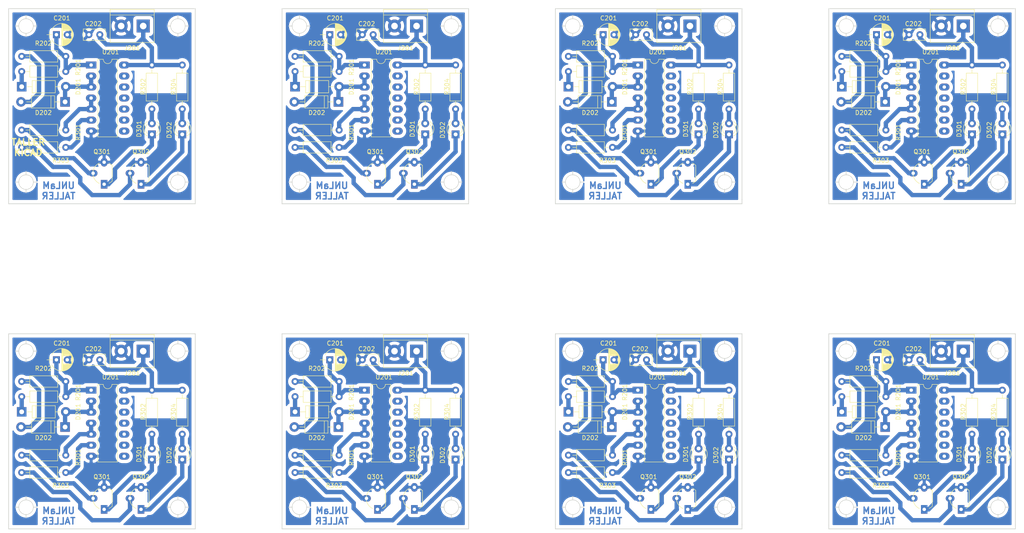
<source format=kicad_pcb>
(kicad_pcb (version 20171130) (host pcbnew 5.1.4+dfsg1-1~bpo10+1)
  (title_block (title "SCILIADOR CON 40106 Y DOS LEDS") (date 2018-06-27) (rev 1.0) (company "Taller de electrónica - UNLaM") (comment 1 "Autor: Diego Brengi"))
  (layers (0 F.Cu signal) (31 B.Cu signal) (34 B.Paste user) (35 F.Paste user) (36 B.SilkS user hide) (37 F.SilkS user hide) (38 B.Mask user hide) (39 F.Mask user hide) (44 Edge.Cuts user))
  (net 0 "")
  (net 1 "Net-(C201-Pad1)")
  (net 2 GND)
  (net 3 +5V)
  (net 4 "Net-(D201-Pad1)")
  (net 5 /Oscilador/OSC)
  (net 6 "Net-(D202-Pad2)")
  (net 7 "Net-(D301-Pad1)")
  (net 8 "Net-(D301-Pad2)")
  (net 9 "Net-(D302-Pad1)")
  (net 10 "Net-(D302-Pad2)")
  (net 11 "Net-(Q301-Pad2)")
  (net 12 "Net-(Q302-Pad2)")
  (net 13 /Leds/LED1)
  (net 14 /Leds/LED2)
  (module TO_SOT_Packages_THT:TO-92_Molded_Wide_Oval (layer F.Cu) (at 243 148.5 90)
    (fp_text reference Q301 (at 7.5 -0.5 180) (layer F.SilkS))
    (fp_text value BC546)
    (pad 3 thru_hole oval (at 5.08 0 180) (size 1.5 2) (drill 0.8) (layers *.Cu *.Mask) (net 2 GND))
    (pad 1 thru_hole rect (at 0 0 180) (size 1.5 2) (drill 0.8) (layers *.Cu *.Mask) (net 7 "Net-(D301-Pad1)"))
    (pad 2 thru_hole oval (at 2.54 -2.54 180) (size 2 1.5) (drill 0.8) (layers *.Cu *.Mask) (net 11 "Net-(Q301-Pad2)"))
  )
  (module TO_SOT_Packages_THT:TO-92_Molded_Wide_Oval (layer F.Cu) (at 180 148.5 90)
    (fp_text reference Q301 (at 7.5 -0.5 180) (layer F.SilkS))
    (fp_text value BC546)
    (pad 3 thru_hole oval (at 5.08 0 180) (size 1.5 2) (drill 0.8) (layers *.Cu *.Mask) (net 2 GND))
    (pad 1 thru_hole rect (at 0 0 180) (size 1.5 2) (drill 0.8) (layers *.Cu *.Mask) (net 7 "Net-(D301-Pad1)"))
    (pad 2 thru_hole oval (at 2.54 -2.54 180) (size 2 1.5) (drill 0.8) (layers *.Cu *.Mask) (net 11 "Net-(Q301-Pad2)"))
  )
  (module TO_SOT_Packages_THT:TO-92_Molded_Wide_Oval (layer F.Cu) (at 117 148.5 90)
    (fp_text reference Q301 (at 7.5 -0.5 180) (layer F.SilkS))
    (fp_text value BC546)
    (pad 3 thru_hole oval (at 5.08 0 180) (size 1.5 2) (drill 0.8) (layers *.Cu *.Mask) (net 2 GND))
    (pad 1 thru_hole rect (at 0 0 180) (size 1.5 2) (drill 0.8) (layers *.Cu *.Mask) (net 7 "Net-(D301-Pad1)"))
    (pad 2 thru_hole oval (at 2.54 -2.54 180) (size 2 1.5) (drill 0.8) (layers *.Cu *.Mask) (net 11 "Net-(Q301-Pad2)"))
  )
  (module TO_SOT_Packages_THT:TO-92_Molded_Wide_Oval (layer F.Cu) (at 54 148.5 90)
    (fp_text reference Q301 (at 7.5 -0.5 180) (layer F.SilkS))
    (fp_text value BC546)
    (pad 3 thru_hole oval (at 5.08 0 180) (size 1.5 2) (drill 0.8) (layers *.Cu *.Mask) (net 2 GND))
    (pad 1 thru_hole rect (at 0 0 180) (size 1.5 2) (drill 0.8) (layers *.Cu *.Mask) (net 7 "Net-(D301-Pad1)"))
    (pad 2 thru_hole oval (at 2.54 -2.54 180) (size 2 1.5) (drill 0.8) (layers *.Cu *.Mask) (net 11 "Net-(Q301-Pad2)"))
  )
  (module TO_SOT_Packages_THT:TO-92_Molded_Wide_Oval (layer F.Cu) (at 243 73.5 90)
    (fp_text reference Q301 (at 7.5 -0.5 180) (layer F.SilkS))
    (fp_text value BC546)
    (pad 3 thru_hole oval (at 5.08 0 180) (size 1.5 2) (drill 0.8) (layers *.Cu *.Mask) (net 2 GND))
    (pad 1 thru_hole rect (at 0 0 180) (size 1.5 2) (drill 0.8) (layers *.Cu *.Mask) (net 7 "Net-(D301-Pad1)"))
    (pad 2 thru_hole oval (at 2.54 -2.54 180) (size 2 1.5) (drill 0.8) (layers *.Cu *.Mask) (net 11 "Net-(Q301-Pad2)"))
  )
  (module TO_SOT_Packages_THT:TO-92_Molded_Wide_Oval (layer F.Cu) (at 180 73.5 90)
    (fp_text reference Q301 (at 7.5 -0.5 180) (layer F.SilkS))
    (fp_text value BC546)
    (pad 3 thru_hole oval (at 5.08 0 180) (size 1.5 2) (drill 0.8) (layers *.Cu *.Mask) (net 2 GND))
    (pad 1 thru_hole rect (at 0 0 180) (size 1.5 2) (drill 0.8) (layers *.Cu *.Mask) (net 7 "Net-(D301-Pad1)"))
    (pad 2 thru_hole oval (at 2.54 -2.54 180) (size 2 1.5) (drill 0.8) (layers *.Cu *.Mask) (net 11 "Net-(Q301-Pad2)"))
  )
  (module TO_SOT_Packages_THT:TO-92_Molded_Wide_Oval (layer F.Cu) (at 117 73.5 90)
    (fp_text reference Q301 (at 7.5 -0.5 180) (layer F.SilkS))
    (fp_text value BC546)
    (pad 3 thru_hole oval (at 5.08 0 180) (size 1.5 2) (drill 0.8) (layers *.Cu *.Mask) (net 2 GND))
    (pad 1 thru_hole rect (at 0 0 180) (size 1.5 2) (drill 0.8) (layers *.Cu *.Mask) (net 7 "Net-(D301-Pad1)"))
    (pad 2 thru_hole oval (at 2.54 -2.54 180) (size 2 1.5) (drill 0.8) (layers *.Cu *.Mask) (net 11 "Net-(Q301-Pad2)"))
  )
  (module Resistors_THT:R_Axial_DIN0207_L6.3mm_D2.5mm_P10.16mm_Horizontal (layer F.Cu) (at 261 121 270)
    (fp_text reference R304 (at 5 2 270) (layer F.SilkS))
    (fp_text value 470R)
    (pad 2 thru_hole oval (at 10.16 0 270) (size 1.6 1.6) (drill 0.8) (layers *.Cu *.Mask) (net 10 "Net-(D302-Pad2)"))
    (pad 1 thru_hole circle (at 0 0 270) (size 1.6 1.6) (drill 0.8) (layers *.Cu *.Mask) (net 3 +5V))
  )
  (module Resistors_THT:R_Axial_DIN0207_L6.3mm_D2.5mm_P10.16mm_Horizontal (layer F.Cu) (at 198 121 270)
    (fp_text reference R304 (at 5 2 270) (layer F.SilkS))
    (fp_text value 470R)
    (pad 2 thru_hole oval (at 10.16 0 270) (size 1.6 1.6) (drill 0.8) (layers *.Cu *.Mask) (net 10 "Net-(D302-Pad2)"))
    (pad 1 thru_hole circle (at 0 0 270) (size 1.6 1.6) (drill 0.8) (layers *.Cu *.Mask) (net 3 +5V))
  )
  (module Resistors_THT:R_Axial_DIN0207_L6.3mm_D2.5mm_P10.16mm_Horizontal (layer F.Cu) (at 135 121 270)
    (fp_text reference R304 (at 5 2 270) (layer F.SilkS))
    (fp_text value 470R)
    (pad 2 thru_hole oval (at 10.16 0 270) (size 1.6 1.6) (drill 0.8) (layers *.Cu *.Mask) (net 10 "Net-(D302-Pad2)"))
    (pad 1 thru_hole circle (at 0 0 270) (size 1.6 1.6) (drill 0.8) (layers *.Cu *.Mask) (net 3 +5V))
  )
  (module Resistors_THT:R_Axial_DIN0207_L6.3mm_D2.5mm_P10.16mm_Horizontal (layer F.Cu) (at 72 121 270)
    (fp_text reference R304 (at 5 2 270) (layer F.SilkS))
    (fp_text value 470R)
    (pad 2 thru_hole oval (at 10.16 0 270) (size 1.6 1.6) (drill 0.8) (layers *.Cu *.Mask) (net 10 "Net-(D302-Pad2)"))
    (pad 1 thru_hole circle (at 0 0 270) (size 1.6 1.6) (drill 0.8) (layers *.Cu *.Mask) (net 3 +5V))
  )
  (module Resistors_THT:R_Axial_DIN0207_L6.3mm_D2.5mm_P10.16mm_Horizontal (layer F.Cu) (at 261 46 270)
    (fp_text reference R304 (at 5 2 270) (layer F.SilkS))
    (fp_text value 470R)
    (pad 2 thru_hole oval (at 10.16 0 270) (size 1.6 1.6) (drill 0.8) (layers *.Cu *.Mask) (net 10 "Net-(D302-Pad2)"))
    (pad 1 thru_hole circle (at 0 0 270) (size 1.6 1.6) (drill 0.8) (layers *.Cu *.Mask) (net 3 +5V))
  )
  (module Resistors_THT:R_Axial_DIN0207_L6.3mm_D2.5mm_P10.16mm_Horizontal (layer F.Cu) (at 198 46 270)
    (fp_text reference R304 (at 5 2 270) (layer F.SilkS))
    (fp_text value 470R)
    (pad 2 thru_hole oval (at 10.16 0 270) (size 1.6 1.6) (drill 0.8) (layers *.Cu *.Mask) (net 10 "Net-(D302-Pad2)"))
    (pad 1 thru_hole circle (at 0 0 270) (size 1.6 1.6) (drill 0.8) (layers *.Cu *.Mask) (net 3 +5V))
  )
  (module Resistors_THT:R_Axial_DIN0207_L6.3mm_D2.5mm_P10.16mm_Horizontal (layer F.Cu) (at 135 46 270)
    (fp_text reference R304 (at 5 2 270) (layer F.SilkS))
    (fp_text value 470R)
    (pad 2 thru_hole oval (at 10.16 0 270) (size 1.6 1.6) (drill 0.8) (layers *.Cu *.Mask) (net 10 "Net-(D302-Pad2)"))
    (pad 1 thru_hole circle (at 0 0 270) (size 1.6 1.6) (drill 0.8) (layers *.Cu *.Mask) (net 3 +5V))
  )
  (module Mounting_Holes:MountingHole_3.2mm_M3 (layer F.Cu) (at 225 112)
    (fp_text reference MK101 hide)
    (fp_text value Mounting_Hole)
    (pad 1 np_thru_hole circle (at 0 0) (size 3.2 3.2) (drill 3.2) (layers *.Cu *.Mask))
  )
  (module Mounting_Holes:MountingHole_3.2mm_M3 (layer F.Cu) (at 162 112)
    (fp_text reference MK101 hide)
    (fp_text value Mounting_Hole)
    (pad 1 np_thru_hole circle (at 0 0) (size 3.2 3.2) (drill 3.2) (layers *.Cu *.Mask))
  )
  (module Mounting_Holes:MountingHole_3.2mm_M3 (layer F.Cu) (at 99 112)
    (fp_text reference MK101 hide)
    (fp_text value Mounting_Hole)
    (pad 1 np_thru_hole circle (at 0 0) (size 3.2 3.2) (drill 3.2) (layers *.Cu *.Mask))
  )
  (module Mounting_Holes:MountingHole_3.2mm_M3 (layer F.Cu) (at 36 112)
    (fp_text reference MK101 hide)
    (fp_text value Mounting_Hole)
    (pad 1 np_thru_hole circle (at 0 0) (size 3.2 3.2) (drill 3.2) (layers *.Cu *.Mask))
  )
  (module Mounting_Holes:MountingHole_3.2mm_M3 (layer F.Cu) (at 225 37)
    (fp_text reference MK101 hide)
    (fp_text value Mounting_Hole)
    (pad 1 np_thru_hole circle (at 0 0) (size 3.2 3.2) (drill 3.2) (layers *.Cu *.Mask))
  )
  (module Mounting_Holes:MountingHole_3.2mm_M3 (layer F.Cu) (at 162 37)
    (fp_text reference MK101 hide)
    (fp_text value Mounting_Hole)
    (pad 1 np_thru_hole circle (at 0 0) (size 3.2 3.2) (drill 3.2) (layers *.Cu *.Mask))
  )
  (module Mounting_Holes:MountingHole_3.2mm_M3 (layer F.Cu) (at 99 37)
    (fp_text reference MK101 hide)
    (fp_text value Mounting_Hole)
    (pad 1 np_thru_hole circle (at 0 0) (size 3.2 3.2) (drill 3.2) (layers *.Cu *.Mask))
  )
  (module Resistors_THT:R_Axial_DIN0207_L6.3mm_D2.5mm_P10.16mm_Horizontal (layer F.Cu) (at 224 119)
    (fp_text reference R202 (at 5 -3) (layer F.SilkS))
    (fp_text value 180k)
    (pad 2 thru_hole oval (at 10.16 0) (size 1.6 1.6) (drill 0.8) (layers *.Cu *.Mask) (net 1 "Net-(C201-Pad1)"))
    (pad 1 thru_hole circle (at 0 0) (size 1.6 1.6) (drill 0.8) (layers *.Cu *.Mask) (net 6 "Net-(D202-Pad2)"))
  )
  (module Resistors_THT:R_Axial_DIN0207_L6.3mm_D2.5mm_P10.16mm_Horizontal (layer F.Cu) (at 161 119)
    (fp_text reference R202 (at 5 -3) (layer F.SilkS))
    (fp_text value 180k)
    (pad 2 thru_hole oval (at 10.16 0) (size 1.6 1.6) (drill 0.8) (layers *.Cu *.Mask) (net 1 "Net-(C201-Pad1)"))
    (pad 1 thru_hole circle (at 0 0) (size 1.6 1.6) (drill 0.8) (layers *.Cu *.Mask) (net 6 "Net-(D202-Pad2)"))
  )
  (module Resistors_THT:R_Axial_DIN0207_L6.3mm_D2.5mm_P10.16mm_Horizontal (layer F.Cu) (at 98 119)
    (fp_text reference R202 (at 5 -3) (layer F.SilkS))
    (fp_text value 180k)
    (pad 2 thru_hole oval (at 10.16 0) (size 1.6 1.6) (drill 0.8) (layers *.Cu *.Mask) (net 1 "Net-(C201-Pad1)"))
    (pad 1 thru_hole circle (at 0 0) (size 1.6 1.6) (drill 0.8) (layers *.Cu *.Mask) (net 6 "Net-(D202-Pad2)"))
  )
  (module Resistors_THT:R_Axial_DIN0207_L6.3mm_D2.5mm_P10.16mm_Horizontal (layer F.Cu) (at 35 119)
    (fp_text reference R202 (at 5 -3) (layer F.SilkS))
    (fp_text value 180k)
    (pad 2 thru_hole oval (at 10.16 0) (size 1.6 1.6) (drill 0.8) (layers *.Cu *.Mask) (net 1 "Net-(C201-Pad1)"))
    (pad 1 thru_hole circle (at 0 0) (size 1.6 1.6) (drill 0.8) (layers *.Cu *.Mask) (net 6 "Net-(D202-Pad2)"))
  )
  (module Resistors_THT:R_Axial_DIN0207_L6.3mm_D2.5mm_P10.16mm_Horizontal (layer F.Cu) (at 224 44)
    (fp_text reference R202 (at 5 -3) (layer F.SilkS))
    (fp_text value 180k)
    (pad 2 thru_hole oval (at 10.16 0) (size 1.6 1.6) (drill 0.8) (layers *.Cu *.Mask) (net 1 "Net-(C201-Pad1)"))
    (pad 1 thru_hole circle (at 0 0) (size 1.6 1.6) (drill 0.8) (layers *.Cu *.Mask) (net 6 "Net-(D202-Pad2)"))
  )
  (module Resistors_THT:R_Axial_DIN0207_L6.3mm_D2.5mm_P10.16mm_Horizontal (layer F.Cu) (at 161 44)
    (fp_text reference R202 (at 5 -3) (layer F.SilkS))
    (fp_text value 180k)
    (pad 2 thru_hole oval (at 10.16 0) (size 1.6 1.6) (drill 0.8) (layers *.Cu *.Mask) (net 1 "Net-(C201-Pad1)"))
    (pad 1 thru_hole circle (at 0 0) (size 1.6 1.6) (drill 0.8) (layers *.Cu *.Mask) (net 6 "Net-(D202-Pad2)"))
  )
  (module Resistors_THT:R_Axial_DIN0207_L6.3mm_D2.5mm_P10.16mm_Horizontal (layer F.Cu) (at 98 44)
    (fp_text reference R202 (at 5 -3) (layer F.SilkS))
    (fp_text value 180k)
    (pad 2 thru_hole oval (at 10.16 0) (size 1.6 1.6) (drill 0.8) (layers *.Cu *.Mask) (net 1 "Net-(C201-Pad1)"))
    (pad 1 thru_hole circle (at 0 0) (size 1.6 1.6) (drill 0.8) (layers *.Cu *.Mask) (net 6 "Net-(D202-Pad2)"))
  )
  (module Resistors_THT:R_Axial_DIN0207_L6.3mm_D2.5mm_P10.16mm_Horizontal (layer F.Cu) (at 224 136)
    (fp_text reference R301 (at 13 0.5 90) (layer F.SilkS))
    (fp_text value 2k2)
    (pad 2 thru_hole oval (at 10.16 0) (size 1.6 1.6) (drill 0.8) (layers *.Cu *.Mask) (net 13 /Leds/LED1))
    (pad 1 thru_hole circle (at 0 0) (size 1.6 1.6) (drill 0.8) (layers *.Cu *.Mask) (net 11 "Net-(Q301-Pad2)"))
  )
  (module Resistors_THT:R_Axial_DIN0207_L6.3mm_D2.5mm_P10.16mm_Horizontal (layer F.Cu) (at 161 136)
    (fp_text reference R301 (at 13 0.5 90) (layer F.SilkS))
    (fp_text value 2k2)
    (pad 2 thru_hole oval (at 10.16 0) (size 1.6 1.6) (drill 0.8) (layers *.Cu *.Mask) (net 13 /Leds/LED1))
    (pad 1 thru_hole circle (at 0 0) (size 1.6 1.6) (drill 0.8) (layers *.Cu *.Mask) (net 11 "Net-(Q301-Pad2)"))
  )
  (module Resistors_THT:R_Axial_DIN0207_L6.3mm_D2.5mm_P10.16mm_Horizontal (layer F.Cu) (at 98 136)
    (fp_text reference R301 (at 13 0.5 90) (layer F.SilkS))
    (fp_text value 2k2)
    (pad 2 thru_hole oval (at 10.16 0) (size 1.6 1.6) (drill 0.8) (layers *.Cu *.Mask) (net 13 /Leds/LED1))
    (pad 1 thru_hole circle (at 0 0) (size 1.6 1.6) (drill 0.8) (layers *.Cu *.Mask) (net 11 "Net-(Q301-Pad2)"))
  )
  (module Resistors_THT:R_Axial_DIN0207_L6.3mm_D2.5mm_P10.16mm_Horizontal (layer F.Cu) (at 35 136)
    (fp_text reference R301 (at 13 0.5 90) (layer F.SilkS))
    (fp_text value 2k2)
    (pad 2 thru_hole oval (at 10.16 0) (size 1.6 1.6) (drill 0.8) (layers *.Cu *.Mask) (net 13 /Leds/LED1))
    (pad 1 thru_hole circle (at 0 0) (size 1.6 1.6) (drill 0.8) (layers *.Cu *.Mask) (net 11 "Net-(Q301-Pad2)"))
  )
  (module Resistors_THT:R_Axial_DIN0207_L6.3mm_D2.5mm_P10.16mm_Horizontal (layer F.Cu) (at 224 61)
    (fp_text reference R301 (at 13 0.5 90) (layer F.SilkS))
    (fp_text value 2k2)
    (pad 2 thru_hole oval (at 10.16 0) (size 1.6 1.6) (drill 0.8) (layers *.Cu *.Mask) (net 13 /Leds/LED1))
    (pad 1 thru_hole circle (at 0 0) (size 1.6 1.6) (drill 0.8) (layers *.Cu *.Mask) (net 11 "Net-(Q301-Pad2)"))
  )
  (module Resistors_THT:R_Axial_DIN0207_L6.3mm_D2.5mm_P10.16mm_Horizontal (layer F.Cu) (at 161 61)
    (fp_text reference R301 (at 13 0.5 90) (layer F.SilkS))
    (fp_text value 2k2)
    (pad 2 thru_hole oval (at 10.16 0) (size 1.6 1.6) (drill 0.8) (layers *.Cu *.Mask) (net 13 /Leds/LED1))
    (pad 1 thru_hole circle (at 0 0) (size 1.6 1.6) (drill 0.8) (layers *.Cu *.Mask) (net 11 "Net-(Q301-Pad2)"))
  )
  (module Resistors_THT:R_Axial_DIN0207_L6.3mm_D2.5mm_P10.16mm_Horizontal (layer F.Cu) (at 98 61)
    (fp_text reference R301 (at 13 0.5 90) (layer F.SilkS))
    (fp_text value 2k2)
    (pad 2 thru_hole oval (at 10.16 0) (size 1.6 1.6) (drill 0.8) (layers *.Cu *.Mask) (net 13 /Leds/LED1))
    (pad 1 thru_hole circle (at 0 0) (size 1.6 1.6) (drill 0.8) (layers *.Cu *.Mask) (net 11 "Net-(Q301-Pad2)"))
  )
  (module Resistors_THT:R_Axial_DIN0207_L6.3mm_D2.5mm_P10.16mm_Horizontal (layer F.Cu) (at 224 140)
    (fp_text reference R303 (at 9 3) (layer F.SilkS))
    (fp_text value 2k2)
    (pad 2 thru_hole oval (at 10.16 0) (size 1.6 1.6) (drill 0.8) (layers *.Cu *.Mask) (net 14 /Leds/LED2))
    (pad 1 thru_hole circle (at 0 0) (size 1.6 1.6) (drill 0.8) (layers *.Cu *.Mask) (net 12 "Net-(Q302-Pad2)"))
  )
  (module Resistors_THT:R_Axial_DIN0207_L6.3mm_D2.5mm_P10.16mm_Horizontal (layer F.Cu) (at 161 140)
    (fp_text reference R303 (at 9 3) (layer F.SilkS))
    (fp_text value 2k2)
    (pad 2 thru_hole oval (at 10.16 0) (size 1.6 1.6) (drill 0.8) (layers *.Cu *.Mask) (net 14 /Leds/LED2))
    (pad 1 thru_hole circle (at 0 0) (size 1.6 1.6) (drill 0.8) (layers *.Cu *.Mask) (net 12 "Net-(Q302-Pad2)"))
  )
  (module Resistors_THT:R_Axial_DIN0207_L6.3mm_D2.5mm_P10.16mm_Horizontal (layer F.Cu) (at 98 140)
    (fp_text reference R303 (at 9 3) (layer F.SilkS))
    (fp_text value 2k2)
    (pad 2 thru_hole oval (at 10.16 0) (size 1.6 1.6) (drill 0.8) (layers *.Cu *.Mask) (net 14 /Leds/LED2))
    (pad 1 thru_hole circle (at 0 0) (size 1.6 1.6) (drill 0.8) (layers *.Cu *.Mask) (net 12 "Net-(Q302-Pad2)"))
  )
  (module Resistors_THT:R_Axial_DIN0207_L6.3mm_D2.5mm_P10.16mm_Horizontal (layer F.Cu) (at 35 140)
    (fp_text reference R303 (at 9 3) (layer F.SilkS))
    (fp_text value 2k2)
    (pad 2 thru_hole oval (at 10.16 0) (size 1.6 1.6) (drill 0.8) (layers *.Cu *.Mask) (net 14 /Leds/LED2))
    (pad 1 thru_hole circle (at 0 0) (size 1.6 1.6) (drill 0.8) (layers *.Cu *.Mask) (net 12 "Net-(Q302-Pad2)"))
  )
  (module Resistors_THT:R_Axial_DIN0207_L6.3mm_D2.5mm_P10.16mm_Horizontal (layer F.Cu) (at 224 65)
    (fp_text reference R303 (at 9 3) (layer F.SilkS))
    (fp_text value 2k2)
    (pad 2 thru_hole oval (at 10.16 0) (size 1.6 1.6) (drill 0.8) (layers *.Cu *.Mask) (net 14 /Leds/LED2))
    (pad 1 thru_hole circle (at 0 0) (size 1.6 1.6) (drill 0.8) (layers *.Cu *.Mask) (net 12 "Net-(Q302-Pad2)"))
  )
  (module Resistors_THT:R_Axial_DIN0207_L6.3mm_D2.5mm_P10.16mm_Horizontal (layer F.Cu) (at 161 65)
    (fp_text reference R303 (at 9 3) (layer F.SilkS))
    (fp_text value 2k2)
    (pad 2 thru_hole oval (at 10.16 0) (size 1.6 1.6) (drill 0.8) (layers *.Cu *.Mask) (net 14 /Leds/LED2))
    (pad 1 thru_hole circle (at 0 0) (size 1.6 1.6) (drill 0.8) (layers *.Cu *.Mask) (net 12 "Net-(Q302-Pad2)"))
  )
  (module Resistors_THT:R_Axial_DIN0207_L6.3mm_D2.5mm_P10.16mm_Horizontal (layer F.Cu) (at 98 65)
    (fp_text reference R303 (at 9 3) (layer F.SilkS))
    (fp_text value 2k2)
    (pad 2 thru_hole oval (at 10.16 0) (size 1.6 1.6) (drill 0.8) (layers *.Cu *.Mask) (net 14 /Leds/LED2))
    (pad 1 thru_hole circle (at 0 0) (size 1.6 1.6) (drill 0.8) (layers *.Cu *.Mask) (net 12 "Net-(Q302-Pad2)"))
  )
  (module Mounting_Holes:MountingHole_3.2mm_M3 (layer F.Cu) (at 225 148)
    (fp_text reference MK102 hide)
    (fp_text value Mounting_Hole)
    (pad 1 np_thru_hole circle (at 0 0) (size 3.2 3.2) (drill 3.2) (layers *.Cu *.Mask))
  )
  (module Mounting_Holes:MountingHole_3.2mm_M3 (layer F.Cu) (at 162 148)
    (fp_text reference MK102 hide)
    (fp_text value Mounting_Hole)
    (pad 1 np_thru_hole circle (at 0 0) (size 3.2 3.2) (drill 3.2) (layers *.Cu *.Mask))
  )
  (module Mounting_Holes:MountingHole_3.2mm_M3 (layer F.Cu) (at 99 148)
    (fp_text reference MK102 hide)
    (fp_text value Mounting_Hole)
    (pad 1 np_thru_hole circle (at 0 0) (size 3.2 3.2) (drill 3.2) (layers *.Cu *.Mask))
  )
  (module Mounting_Holes:MountingHole_3.2mm_M3 (layer F.Cu) (at 36 148)
    (fp_text reference MK102 hide)
    (fp_text value Mounting_Hole)
    (pad 1 np_thru_hole circle (at 0 0) (size 3.2 3.2) (drill 3.2) (layers *.Cu *.Mask))
  )
  (module Mounting_Holes:MountingHole_3.2mm_M3 (layer F.Cu) (at 225 73)
    (fp_text reference MK102 hide)
    (fp_text value Mounting_Hole)
    (pad 1 np_thru_hole circle (at 0 0) (size 3.2 3.2) (drill 3.2) (layers *.Cu *.Mask))
  )
  (module Mounting_Holes:MountingHole_3.2mm_M3 (layer F.Cu) (at 162 73)
    (fp_text reference MK102 hide)
    (fp_text value Mounting_Hole)
    (pad 1 np_thru_hole circle (at 0 0) (size 3.2 3.2) (drill 3.2) (layers *.Cu *.Mask))
  )
  (module Mounting_Holes:MountingHole_3.2mm_M3 (layer F.Cu) (at 99 73)
    (fp_text reference MK102 hide)
    (fp_text value Mounting_Hole)
    (pad 1 np_thru_hole circle (at 0 0) (size 3.2 3.2) (drill 3.2) (layers *.Cu *.Mask))
  )
  (module Capacitors_THT:CP_Radial_D5.0mm_P2.50mm (layer F.Cu) (at 232 114)
    (fp_text reference C201 (at 1.25 -3.81) (layer F.SilkS))
    (fp_text value 1uF)
    (pad 2 thru_hole circle (at 2.5 0) (size 1.6 1.6) (drill 0.8) (layers *.Cu *.Mask) (net 2 GND))
    (pad 1 thru_hole rect (at 0 0) (size 1.6 1.6) (drill 0.8) (layers *.Cu *.Mask) (net 1 "Net-(C201-Pad1)"))
  )
  (module Capacitors_THT:CP_Radial_D5.0mm_P2.50mm (layer F.Cu) (at 169 114)
    (fp_text reference C201 (at 1.25 -3.81) (layer F.SilkS))
    (fp_text value 1uF)
    (pad 2 thru_hole circle (at 2.5 0) (size 1.6 1.6) (drill 0.8) (layers *.Cu *.Mask) (net 2 GND))
    (pad 1 thru_hole rect (at 0 0) (size 1.6 1.6) (drill 0.8) (layers *.Cu *.Mask) (net 1 "Net-(C201-Pad1)"))
  )
  (module Capacitors_THT:CP_Radial_D5.0mm_P2.50mm (layer F.Cu) (at 106 114)
    (fp_text reference C201 (at 1.25 -3.81) (layer F.SilkS))
    (fp_text value 1uF)
    (pad 2 thru_hole circle (at 2.5 0) (size 1.6 1.6) (drill 0.8) (layers *.Cu *.Mask) (net 2 GND))
    (pad 1 thru_hole rect (at 0 0) (size 1.6 1.6) (drill 0.8) (layers *.Cu *.Mask) (net 1 "Net-(C201-Pad1)"))
  )
  (module Capacitors_THT:CP_Radial_D5.0mm_P2.50mm (layer F.Cu) (at 43 114)
    (fp_text reference C201 (at 1.25 -3.81) (layer F.SilkS))
    (fp_text value 1uF)
    (pad 2 thru_hole circle (at 2.5 0) (size 1.6 1.6) (drill 0.8) (layers *.Cu *.Mask) (net 2 GND))
    (pad 1 thru_hole rect (at 0 0) (size 1.6 1.6) (drill 0.8) (layers *.Cu *.Mask) (net 1 "Net-(C201-Pad1)"))
  )
  (module Capacitors_THT:CP_Radial_D5.0mm_P2.50mm (layer F.Cu) (at 232 39)
    (fp_text reference C201 (at 1.25 -3.81) (layer F.SilkS))
    (fp_text value 1uF)
    (pad 2 thru_hole circle (at 2.5 0) (size 1.6 1.6) (drill 0.8) (layers *.Cu *.Mask) (net 2 GND))
    (pad 1 thru_hole rect (at 0 0) (size 1.6 1.6) (drill 0.8) (layers *.Cu *.Mask) (net 1 "Net-(C201-Pad1)"))
  )
  (module Capacitors_THT:CP_Radial_D5.0mm_P2.50mm (layer F.Cu) (at 169 39)
    (fp_text reference C201 (at 1.25 -3.81) (layer F.SilkS))
    (fp_text value 1uF)
    (pad 2 thru_hole circle (at 2.5 0) (size 1.6 1.6) (drill 0.8) (layers *.Cu *.Mask) (net 2 GND))
    (pad 1 thru_hole rect (at 0 0) (size 1.6 1.6) (drill 0.8) (layers *.Cu *.Mask) (net 1 "Net-(C201-Pad1)"))
  )
  (module Capacitors_THT:CP_Radial_D5.0mm_P2.50mm (layer F.Cu) (at 106 39)
    (fp_text reference C201 (at 1.25 -3.81) (layer F.SilkS))
    (fp_text value 1uF)
    (pad 2 thru_hole circle (at 2.5 0) (size 1.6 1.6) (drill 0.8) (layers *.Cu *.Mask) (net 2 GND))
    (pad 1 thru_hole rect (at 0 0) (size 1.6 1.6) (drill 0.8) (layers *.Cu *.Mask) (net 1 "Net-(C201-Pad1)"))
  )
  (module Mounting_Holes:MountingHole_3.2mm_M3 (layer F.Cu) (at 260 112)
    (fp_text reference MK104 hide)
    (fp_text value Mounting_Hole)
    (pad 1 np_thru_hole circle (at 0 0) (size 3.2 3.2) (drill 3.2) (layers *.Cu *.Mask))
  )
  (module Mounting_Holes:MountingHole_3.2mm_M3 (layer F.Cu) (at 197 112)
    (fp_text reference MK104 hide)
    (fp_text value Mounting_Hole)
    (pad 1 np_thru_hole circle (at 0 0) (size 3.2 3.2) (drill 3.2) (layers *.Cu *.Mask))
  )
  (module Mounting_Holes:MountingHole_3.2mm_M3 (layer F.Cu) (at 134 112)
    (fp_text reference MK104 hide)
    (fp_text value Mounting_Hole)
    (pad 1 np_thru_hole circle (at 0 0) (size 3.2 3.2) (drill 3.2) (layers *.Cu *.Mask))
  )
  (module Mounting_Holes:MountingHole_3.2mm_M3 (layer F.Cu) (at 71 112)
    (fp_text reference MK104 hide)
    (fp_text value Mounting_Hole)
    (pad 1 np_thru_hole circle (at 0 0) (size 3.2 3.2) (drill 3.2) (layers *.Cu *.Mask))
  )
  (module Mounting_Holes:MountingHole_3.2mm_M3 (layer F.Cu) (at 260 37)
    (fp_text reference MK104 hide)
    (fp_text value Mounting_Hole)
    (pad 1 np_thru_hole circle (at 0 0) (size 3.2 3.2) (drill 3.2) (layers *.Cu *.Mask))
  )
  (module Mounting_Holes:MountingHole_3.2mm_M3 (layer F.Cu) (at 197 37)
    (fp_text reference MK104 hide)
    (fp_text value Mounting_Hole)
    (pad 1 np_thru_hole circle (at 0 0) (size 3.2 3.2) (drill 3.2) (layers *.Cu *.Mask))
  )
  (module Mounting_Holes:MountingHole_3.2mm_M3 (layer F.Cu) (at 134 37)
    (fp_text reference MK104 hide)
    (fp_text value Mounting_Hole)
    (pad 1 np_thru_hole circle (at 0 0) (size 3.2 3.2) (drill 3.2) (layers *.Cu *.Mask))
  )
  (module Resistors_THT:R_Axial_DIN0207_L6.3mm_D2.5mm_P10.16mm_Horizontal (layer F.Cu) (at 224 122.5)
    (fp_text reference R201 (at 13 -1 90) (layer F.SilkS))
    (fp_text value 100k)
    (pad 2 thru_hole oval (at 10.16 0) (size 1.6 1.6) (drill 0.8) (layers *.Cu *.Mask) (net 1 "Net-(C201-Pad1)"))
    (pad 1 thru_hole circle (at 0 0) (size 1.6 1.6) (drill 0.8) (layers *.Cu *.Mask) (net 4 "Net-(D201-Pad1)"))
  )
  (module Resistors_THT:R_Axial_DIN0207_L6.3mm_D2.5mm_P10.16mm_Horizontal (layer F.Cu) (at 161 122.5)
    (fp_text reference R201 (at 13 -1 90) (layer F.SilkS))
    (fp_text value 100k)
    (pad 2 thru_hole oval (at 10.16 0) (size 1.6 1.6) (drill 0.8) (layers *.Cu *.Mask) (net 1 "Net-(C201-Pad1)"))
    (pad 1 thru_hole circle (at 0 0) (size 1.6 1.6) (drill 0.8) (layers *.Cu *.Mask) (net 4 "Net-(D201-Pad1)"))
  )
  (module Resistors_THT:R_Axial_DIN0207_L6.3mm_D2.5mm_P10.16mm_Horizontal (layer F.Cu) (at 98 122.5)
    (fp_text reference R201 (at 13 -1 90) (layer F.SilkS))
    (fp_text value 100k)
    (pad 2 thru_hole oval (at 10.16 0) (size 1.6 1.6) (drill 0.8) (layers *.Cu *.Mask) (net 1 "Net-(C201-Pad1)"))
    (pad 1 thru_hole circle (at 0 0) (size 1.6 1.6) (drill 0.8) (layers *.Cu *.Mask) (net 4 "Net-(D201-Pad1)"))
  )
  (module Resistors_THT:R_Axial_DIN0207_L6.3mm_D2.5mm_P10.16mm_Horizontal (layer F.Cu) (at 35 122.5)
    (fp_text reference R201 (at 13 -1 90) (layer F.SilkS))
    (fp_text value 100k)
    (pad 2 thru_hole oval (at 10.16 0) (size 1.6 1.6) (drill 0.8) (layers *.Cu *.Mask) (net 1 "Net-(C201-Pad1)"))
    (pad 1 thru_hole circle (at 0 0) (size 1.6 1.6) (drill 0.8) (layers *.Cu *.Mask) (net 4 "Net-(D201-Pad1)"))
  )
  (module Resistors_THT:R_Axial_DIN0207_L6.3mm_D2.5mm_P10.16mm_Horizontal (layer F.Cu) (at 224 47.5)
    (fp_text reference R201 (at 13 -1 90) (layer F.SilkS))
    (fp_text value 100k)
    (pad 2 thru_hole oval (at 10.16 0) (size 1.6 1.6) (drill 0.8) (layers *.Cu *.Mask) (net 1 "Net-(C201-Pad1)"))
    (pad 1 thru_hole circle (at 0 0) (size 1.6 1.6) (drill 0.8) (layers *.Cu *.Mask) (net 4 "Net-(D201-Pad1)"))
  )
  (module Resistors_THT:R_Axial_DIN0207_L6.3mm_D2.5mm_P10.16mm_Horizontal (layer F.Cu) (at 161 47.5)
    (fp_text reference R201 (at 13 -1 90) (layer F.SilkS))
    (fp_text value 100k)
    (pad 2 thru_hole oval (at 10.16 0) (size 1.6 1.6) (drill 0.8) (layers *.Cu *.Mask) (net 1 "Net-(C201-Pad1)"))
    (pad 1 thru_hole circle (at 0 0) (size 1.6 1.6) (drill 0.8) (layers *.Cu *.Mask) (net 4 "Net-(D201-Pad1)"))
  )
  (module Resistors_THT:R_Axial_DIN0207_L6.3mm_D2.5mm_P10.16mm_Horizontal (layer F.Cu) (at 98 47.5)
    (fp_text reference R201 (at 13 -1 90) (layer F.SilkS))
    (fp_text value 100k)
    (pad 2 thru_hole oval (at 10.16 0) (size 1.6 1.6) (drill 0.8) (layers *.Cu *.Mask) (net 1 "Net-(C201-Pad1)"))
    (pad 1 thru_hole circle (at 0 0) (size 1.6 1.6) (drill 0.8) (layers *.Cu *.Mask) (net 4 "Net-(D201-Pad1)"))
  )
  (module LEDs:LED_D3.0mm (layer F.Cu) (at 261 137 90)
    (fp_text reference D302 (at 1 -3 90) (layer F.SilkS))
    (fp_text value "LED VERDE")
    (pad 2 thru_hole circle (at 2.54 0 90) (size 1.8 1.8) (drill 0.9) (layers *.Cu *.Mask) (net 10 "Net-(D302-Pad2)"))
    (pad 1 thru_hole rect (at 0 0 90) (size 1.8 1.8) (drill 0.9) (layers *.Cu *.Mask) (net 9 "Net-(D302-Pad1)"))
  )
  (module LEDs:LED_D3.0mm (layer F.Cu) (at 198 137 90)
    (fp_text reference D302 (at 1 -3 90) (layer F.SilkS))
    (fp_text value "LED VERDE")
    (pad 2 thru_hole circle (at 2.54 0 90) (size 1.8 1.8) (drill 0.9) (layers *.Cu *.Mask) (net 10 "Net-(D302-Pad2)"))
    (pad 1 thru_hole rect (at 0 0 90) (size 1.8 1.8) (drill 0.9) (layers *.Cu *.Mask) (net 9 "Net-(D302-Pad1)"))
  )
  (module LEDs:LED_D3.0mm (layer F.Cu) (at 135 137 90)
    (fp_text reference D302 (at 1 -3 90) (layer F.SilkS))
    (fp_text value "LED VERDE")
    (pad 2 thru_hole circle (at 2.54 0 90) (size 1.8 1.8) (drill 0.9) (layers *.Cu *.Mask) (net 10 "Net-(D302-Pad2)"))
    (pad 1 thru_hole rect (at 0 0 90) (size 1.8 1.8) (drill 0.9) (layers *.Cu *.Mask) (net 9 "Net-(D302-Pad1)"))
  )
  (module LEDs:LED_D3.0mm (layer F.Cu) (at 72 137 90)
    (fp_text reference D302 (at 1 -3 90) (layer F.SilkS))
    (fp_text value "LED VERDE")
    (pad 2 thru_hole circle (at 2.54 0 90) (size 1.8 1.8) (drill 0.9) (layers *.Cu *.Mask) (net 10 "Net-(D302-Pad2)"))
    (pad 1 thru_hole rect (at 0 0 90) (size 1.8 1.8) (drill 0.9) (layers *.Cu *.Mask) (net 9 "Net-(D302-Pad1)"))
  )
  (module LEDs:LED_D3.0mm (layer F.Cu) (at 261 62 90)
    (fp_text reference D302 (at 1 -3 90) (layer F.SilkS))
    (fp_text value "LED VERDE")
    (pad 2 thru_hole circle (at 2.54 0 90) (size 1.8 1.8) (drill 0.9) (layers *.Cu *.Mask) (net 10 "Net-(D302-Pad2)"))
    (pad 1 thru_hole rect (at 0 0 90) (size 1.8 1.8) (drill 0.9) (layers *.Cu *.Mask) (net 9 "Net-(D302-Pad1)"))
  )
  (module LEDs:LED_D3.0mm (layer F.Cu) (at 198 62 90)
    (fp_text reference D302 (at 1 -3 90) (layer F.SilkS))
    (fp_text value "LED VERDE")
    (pad 2 thru_hole circle (at 2.54 0 90) (size 1.8 1.8) (drill 0.9) (layers *.Cu *.Mask) (net 10 "Net-(D302-Pad2)"))
    (pad 1 thru_hole rect (at 0 0 90) (size 1.8 1.8) (drill 0.9) (layers *.Cu *.Mask) (net 9 "Net-(D302-Pad1)"))
  )
  (module LEDs:LED_D3.0mm (layer F.Cu) (at 135 62 90)
    (fp_text reference D302 (at 1 -3 90) (layer F.SilkS))
    (fp_text value "LED VERDE")
    (pad 2 thru_hole circle (at 2.54 0 90) (size 1.8 1.8) (drill 0.9) (layers *.Cu *.Mask) (net 10 "Net-(D302-Pad2)"))
    (pad 1 thru_hole rect (at 0 0 90) (size 1.8 1.8) (drill 0.9) (layers *.Cu *.Mask) (net 9 "Net-(D302-Pad1)"))
  )
  (module Resistors_THT:R_Axial_DIN0207_L6.3mm_D2.5mm_P10.16mm_Horizontal (layer F.Cu) (at 254 121 270)
    (fp_text reference R302 (at 5 2 270) (layer F.SilkS))
    (fp_text value 470R)
    (pad 2 thru_hole oval (at 10.16 0 270) (size 1.6 1.6) (drill 0.8) (layers *.Cu *.Mask) (net 8 "Net-(D301-Pad2)"))
    (pad 1 thru_hole circle (at 0 0 270) (size 1.6 1.6) (drill 0.8) (layers *.Cu *.Mask) (net 3 +5V))
  )
  (module Resistors_THT:R_Axial_DIN0207_L6.3mm_D2.5mm_P10.16mm_Horizontal (layer F.Cu) (at 191 121 270)
    (fp_text reference R302 (at 5 2 270) (layer F.SilkS))
    (fp_text value 470R)
    (pad 2 thru_hole oval (at 10.16 0 270) (size 1.6 1.6) (drill 0.8) (layers *.Cu *.Mask) (net 8 "Net-(D301-Pad2)"))
    (pad 1 thru_hole circle (at 0 0 270) (size 1.6 1.6) (drill 0.8) (layers *.Cu *.Mask) (net 3 +5V))
  )
  (module Resistors_THT:R_Axial_DIN0207_L6.3mm_D2.5mm_P10.16mm_Horizontal (layer F.Cu) (at 128 121 270)
    (fp_text reference R302 (at 5 2 270) (layer F.SilkS))
    (fp_text value 470R)
    (pad 2 thru_hole oval (at 10.16 0 270) (size 1.6 1.6) (drill 0.8) (layers *.Cu *.Mask) (net 8 "Net-(D301-Pad2)"))
    (pad 1 thru_hole circle (at 0 0 270) (size 1.6 1.6) (drill 0.8) (layers *.Cu *.Mask) (net 3 +5V))
  )
  (module Resistors_THT:R_Axial_DIN0207_L6.3mm_D2.5mm_P10.16mm_Horizontal (layer F.Cu) (at 65 121 270)
    (fp_text reference R302 (at 5 2 270) (layer F.SilkS))
    (fp_text value 470R)
    (pad 2 thru_hole oval (at 10.16 0 270) (size 1.6 1.6) (drill 0.8) (layers *.Cu *.Mask) (net 8 "Net-(D301-Pad2)"))
    (pad 1 thru_hole circle (at 0 0 270) (size 1.6 1.6) (drill 0.8) (layers *.Cu *.Mask) (net 3 +5V))
  )
  (module Resistors_THT:R_Axial_DIN0207_L6.3mm_D2.5mm_P10.16mm_Horizontal (layer F.Cu) (at 254 46 270)
    (fp_text reference R302 (at 5 2 270) (layer F.SilkS))
    (fp_text value 470R)
    (pad 2 thru_hole oval (at 10.16 0 270) (size 1.6 1.6) (drill 0.8) (layers *.Cu *.Mask) (net 8 "Net-(D301-Pad2)"))
    (pad 1 thru_hole circle (at 0 0 270) (size 1.6 1.6) (drill 0.8) (layers *.Cu *.Mask) (net 3 +5V))
  )
  (module Resistors_THT:R_Axial_DIN0207_L6.3mm_D2.5mm_P10.16mm_Horizontal (layer F.Cu) (at 191 46 270)
    (fp_text reference R302 (at 5 2 270) (layer F.SilkS))
    (fp_text value 470R)
    (pad 2 thru_hole oval (at 10.16 0 270) (size 1.6 1.6) (drill 0.8) (layers *.Cu *.Mask) (net 8 "Net-(D301-Pad2)"))
    (pad 1 thru_hole circle (at 0 0 270) (size 1.6 1.6) (drill 0.8) (layers *.Cu *.Mask) (net 3 +5V))
  )
  (module Resistors_THT:R_Axial_DIN0207_L6.3mm_D2.5mm_P10.16mm_Horizontal (layer F.Cu) (at 128 46 270)
    (fp_text reference R302 (at 5 2 270) (layer F.SilkS))
    (fp_text value 470R)
    (pad 2 thru_hole oval (at 10.16 0 270) (size 1.6 1.6) (drill 0.8) (layers *.Cu *.Mask) (net 8 "Net-(D301-Pad2)"))
    (pad 1 thru_hole circle (at 0 0 270) (size 1.6 1.6) (drill 0.8) (layers *.Cu *.Mask) (net 3 +5V))
  )
  (module Capacitors_THT:C_Disc_D5.0mm_W2.5mm_P2.50mm (layer F.Cu) (at 242 114 180)
    (fp_text reference C202 (at 1.5 2.5 180) (layer F.SilkS))
    (fp_text value 0.1u)
    (pad 2 thru_hole circle (at 2.5 0 180) (size 1.6 1.6) (drill 0.8) (layers *.Cu *.Mask) (net 2 GND))
    (pad 1 thru_hole circle (at 0 0 180) (size 1.6 1.6) (drill 0.8) (layers *.Cu *.Mask) (net 3 +5V))
  )
  (module Capacitors_THT:C_Disc_D5.0mm_W2.5mm_P2.50mm (layer F.Cu) (at 179 114 180)
    (fp_text reference C202 (at 1.5 2.5 180) (layer F.SilkS))
    (fp_text value 0.1u)
    (pad 2 thru_hole circle (at 2.5 0 180) (size 1.6 1.6) (drill 0.8) (layers *.Cu *.Mask) (net 2 GND))
    (pad 1 thru_hole circle (at 0 0 180) (size 1.6 1.6) (drill 0.8) (layers *.Cu *.Mask) (net 3 +5V))
  )
  (module Capacitors_THT:C_Disc_D5.0mm_W2.5mm_P2.50mm (layer F.Cu) (at 116 114 180)
    (fp_text reference C202 (at 1.5 2.5 180) (layer F.SilkS))
    (fp_text value 0.1u)
    (pad 2 thru_hole circle (at 2.5 0 180) (size 1.6 1.6) (drill 0.8) (layers *.Cu *.Mask) (net 2 GND))
    (pad 1 thru_hole circle (at 0 0 180) (size 1.6 1.6) (drill 0.8) (layers *.Cu *.Mask) (net 3 +5V))
  )
  (module Capacitors_THT:C_Disc_D5.0mm_W2.5mm_P2.50mm (layer F.Cu) (at 53 114 180)
    (fp_text reference C202 (at 1.5 2.5 180) (layer F.SilkS))
    (fp_text value 0.1u)
    (pad 2 thru_hole circle (at 2.5 0 180) (size 1.6 1.6) (drill 0.8) (layers *.Cu *.Mask) (net 2 GND))
    (pad 1 thru_hole circle (at 0 0 180) (size 1.6 1.6) (drill 0.8) (layers *.Cu *.Mask) (net 3 +5V))
  )
  (module Capacitors_THT:C_Disc_D5.0mm_W2.5mm_P2.50mm (layer F.Cu) (at 242 39 180)
    (fp_text reference C202 (at 1.5 2.5 180) (layer F.SilkS))
    (fp_text value 0.1u)
    (pad 2 thru_hole circle (at 2.5 0 180) (size 1.6 1.6) (drill 0.8) (layers *.Cu *.Mask) (net 2 GND))
    (pad 1 thru_hole circle (at 0 0 180) (size 1.6 1.6) (drill 0.8) (layers *.Cu *.Mask) (net 3 +5V))
  )
  (module Capacitors_THT:C_Disc_D5.0mm_W2.5mm_P2.50mm (layer F.Cu) (at 179 39 180)
    (fp_text reference C202 (at 1.5 2.5 180) (layer F.SilkS))
    (fp_text value 0.1u)
    (pad 2 thru_hole circle (at 2.5 0 180) (size 1.6 1.6) (drill 0.8) (layers *.Cu *.Mask) (net 2 GND))
    (pad 1 thru_hole circle (at 0 0 180) (size 1.6 1.6) (drill 0.8) (layers *.Cu *.Mask) (net 3 +5V))
  )
  (module Capacitors_THT:C_Disc_D5.0mm_W2.5mm_P2.50mm (layer F.Cu) (at 116 39 180)
    (fp_text reference C202 (at 1.5 2.5 180) (layer F.SilkS))
    (fp_text value 0.1u)
    (pad 2 thru_hole circle (at 2.5 0 180) (size 1.6 1.6) (drill 0.8) (layers *.Cu *.Mask) (net 2 GND))
    (pad 1 thru_hole circle (at 0 0 180) (size 1.6 1.6) (drill 0.8) (layers *.Cu *.Mask) (net 3 +5V))
  )
  (module Diodes_THT:D_DO-41_SOD81_P10.16mm_Horizontal (layer F.Cu) (at 224 126)
    (fp_text reference D201 (at 13 0 90) (layer F.SilkS))
    (fp_text value 1N4148)
    (pad 2 thru_hole oval (at 10.16 0) (size 2.2 2.2) (drill 1.1) (layers *.Cu *.Mask) (net 5 /Oscilador/OSC))
    (pad 1 thru_hole rect (at 0 0) (size 2.2 2.2) (drill 1.1) (layers *.Cu *.Mask) (net 4 "Net-(D201-Pad1)"))
  )
  (module Diodes_THT:D_DO-41_SOD81_P10.16mm_Horizontal (layer F.Cu) (at 161 126)
    (fp_text reference D201 (at 13 0 90) (layer F.SilkS))
    (fp_text value 1N4148)
    (pad 2 thru_hole oval (at 10.16 0) (size 2.2 2.2) (drill 1.1) (layers *.Cu *.Mask) (net 5 /Oscilador/OSC))
    (pad 1 thru_hole rect (at 0 0) (size 2.2 2.2) (drill 1.1) (layers *.Cu *.Mask) (net 4 "Net-(D201-Pad1)"))
  )
  (module Diodes_THT:D_DO-41_SOD81_P10.16mm_Horizontal (layer F.Cu) (at 98 126)
    (fp_text reference D201 (at 13 0 90) (layer F.SilkS))
    (fp_text value 1N4148)
    (pad 2 thru_hole oval (at 10.16 0) (size 2.2 2.2) (drill 1.1) (layers *.Cu *.Mask) (net 5 /Oscilador/OSC))
    (pad 1 thru_hole rect (at 0 0) (size 2.2 2.2) (drill 1.1) (layers *.Cu *.Mask) (net 4 "Net-(D201-Pad1)"))
  )
  (module Diodes_THT:D_DO-41_SOD81_P10.16mm_Horizontal (layer F.Cu) (at 35 126)
    (fp_text reference D201 (at 13 0 90) (layer F.SilkS))
    (fp_text value 1N4148)
    (pad 2 thru_hole oval (at 10.16 0) (size 2.2 2.2) (drill 1.1) (layers *.Cu *.Mask) (net 5 /Oscilador/OSC))
    (pad 1 thru_hole rect (at 0 0) (size 2.2 2.2) (drill 1.1) (layers *.Cu *.Mask) (net 4 "Net-(D201-Pad1)"))
  )
  (module Diodes_THT:D_DO-41_SOD81_P10.16mm_Horizontal (layer F.Cu) (at 224 51)
    (fp_text reference D201 (at 13 0 90) (layer F.SilkS))
    (fp_text value 1N4148)
    (pad 2 thru_hole oval (at 10.16 0) (size 2.2 2.2) (drill 1.1) (layers *.Cu *.Mask) (net 5 /Oscilador/OSC))
    (pad 1 thru_hole rect (at 0 0) (size 2.2 2.2) (drill 1.1) (layers *.Cu *.Mask) (net 4 "Net-(D201-Pad1)"))
  )
  (module Diodes_THT:D_DO-41_SOD81_P10.16mm_Horizontal (layer F.Cu) (at 161 51)
    (fp_text reference D201 (at 13 0 90) (layer F.SilkS))
    (fp_text value 1N4148)
    (pad 2 thru_hole oval (at 10.16 0) (size 2.2 2.2) (drill 1.1) (layers *.Cu *.Mask) (net 5 /Oscilador/OSC))
    (pad 1 thru_hole rect (at 0 0) (size 2.2 2.2) (drill 1.1) (layers *.Cu *.Mask) (net 4 "Net-(D201-Pad1)"))
  )
  (module Diodes_THT:D_DO-41_SOD81_P10.16mm_Horizontal (layer F.Cu) (at 98 51)
    (fp_text reference D201 (at 13 0 90) (layer F.SilkS))
    (fp_text value 1N4148)
    (pad 2 thru_hole oval (at 10.16 0) (size 2.2 2.2) (drill 1.1) (layers *.Cu *.Mask) (net 5 /Oscilador/OSC))
    (pad 1 thru_hole rect (at 0 0) (size 2.2 2.2) (drill 1.1) (layers *.Cu *.Mask) (net 4 "Net-(D201-Pad1)"))
  )
  (module TO_SOT_Packages_THT:TO-92_Molded_Wide_Oval (layer F.Cu) (at 251.5 148.5 90)
    (fp_text reference Q302 (at 7.5 0 180) (layer F.SilkS))
    (fp_text value BC546)
    (pad 3 thru_hole oval (at 5.08 0 180) (size 1.5 2) (drill 0.8) (layers *.Cu *.Mask) (net 2 GND))
    (pad 1 thru_hole rect (at 0 0 180) (size 1.5 2) (drill 0.8) (layers *.Cu *.Mask) (net 9 "Net-(D302-Pad1)"))
    (pad 2 thru_hole oval (at 2.54 -2.54 180) (size 2 1.5) (drill 0.8) (layers *.Cu *.Mask) (net 12 "Net-(Q302-Pad2)"))
  )
  (module TO_SOT_Packages_THT:TO-92_Molded_Wide_Oval (layer F.Cu) (at 188.5 148.5 90)
    (fp_text reference Q302 (at 7.5 0 180) (layer F.SilkS))
    (fp_text value BC546)
    (pad 3 thru_hole oval (at 5.08 0 180) (size 1.5 2) (drill 0.8) (layers *.Cu *.Mask) (net 2 GND))
    (pad 1 thru_hole rect (at 0 0 180) (size 1.5 2) (drill 0.8) (layers *.Cu *.Mask) (net 9 "Net-(D302-Pad1)"))
    (pad 2 thru_hole oval (at 2.54 -2.54 180) (size 2 1.5) (drill 0.8) (layers *.Cu *.Mask) (net 12 "Net-(Q302-Pad2)"))
  )
  (module TO_SOT_Packages_THT:TO-92_Molded_Wide_Oval (layer F.Cu) (at 125.5 148.5 90)
    (fp_text reference Q302 (at 7.5 0 180) (layer F.SilkS))
    (fp_text value BC546)
    (pad 3 thru_hole oval (at 5.08 0 180) (size 1.5 2) (drill 0.8) (layers *.Cu *.Mask) (net 2 GND))
    (pad 1 thru_hole rect (at 0 0 180) (size 1.5 2) (drill 0.8) (layers *.Cu *.Mask) (net 9 "Net-(D302-Pad1)"))
    (pad 2 thru_hole oval (at 2.54 -2.54 180) (size 2 1.5) (drill 0.8) (layers *.Cu *.Mask) (net 12 "Net-(Q302-Pad2)"))
  )
  (module TO_SOT_Packages_THT:TO-92_Molded_Wide_Oval (layer F.Cu) (at 62.5 148.5 90)
    (fp_text reference Q302 (at 7.5 0 180) (layer F.SilkS))
    (fp_text value BC546)
    (pad 3 thru_hole oval (at 5.08 0 180) (size 1.5 2) (drill 0.8) (layers *.Cu *.Mask) (net 2 GND))
    (pad 1 thru_hole rect (at 0 0 180) (size 1.5 2) (drill 0.8) (layers *.Cu *.Mask) (net 9 "Net-(D302-Pad1)"))
    (pad 2 thru_hole oval (at 2.54 -2.54 180) (size 2 1.5) (drill 0.8) (layers *.Cu *.Mask) (net 12 "Net-(Q302-Pad2)"))
  )
  (module TO_SOT_Packages_THT:TO-92_Molded_Wide_Oval (layer F.Cu) (at 251.5 73.5 90)
    (fp_text reference Q302 (at 7.5 0 180) (layer F.SilkS))
    (fp_text value BC546)
    (pad 3 thru_hole oval (at 5.08 0 180) (size 1.5 2) (drill 0.8) (layers *.Cu *.Mask) (net 2 GND))
    (pad 1 thru_hole rect (at 0 0 180) (size 1.5 2) (drill 0.8) (layers *.Cu *.Mask) (net 9 "Net-(D302-Pad1)"))
    (pad 2 thru_hole oval (at 2.54 -2.54 180) (size 2 1.5) (drill 0.8) (layers *.Cu *.Mask) (net 12 "Net-(Q302-Pad2)"))
  )
  (module TO_SOT_Packages_THT:TO-92_Molded_Wide_Oval (layer F.Cu) (at 188.5 73.5 90)
    (fp_text reference Q302 (at 7.5 0 180) (layer F.SilkS))
    (fp_text value BC546)
    (pad 3 thru_hole oval (at 5.08 0 180) (size 1.5 2) (drill 0.8) (layers *.Cu *.Mask) (net 2 GND))
    (pad 1 thru_hole rect (at 0 0 180) (size 1.5 2) (drill 0.8) (layers *.Cu *.Mask) (net 9 "Net-(D302-Pad1)"))
    (pad 2 thru_hole oval (at 2.54 -2.54 180) (size 2 1.5) (drill 0.8) (layers *.Cu *.Mask) (net 12 "Net-(Q302-Pad2)"))
  )
  (module TO_SOT_Packages_THT:TO-92_Molded_Wide_Oval (layer F.Cu) (at 125.5 73.5 90)
    (fp_text reference Q302 (at 7.5 0 180) (layer F.SilkS))
    (fp_text value BC546)
    (pad 3 thru_hole oval (at 5.08 0 180) (size 1.5 2) (drill 0.8) (layers *.Cu *.Mask) (net 2 GND))
    (pad 1 thru_hole rect (at 0 0 180) (size 1.5 2) (drill 0.8) (layers *.Cu *.Mask) (net 9 "Net-(D302-Pad1)"))
    (pad 2 thru_hole oval (at 2.54 -2.54 180) (size 2 1.5) (drill 0.8) (layers *.Cu *.Mask) (net 12 "Net-(Q302-Pad2)"))
  )
  (module Mounting_Holes:MountingHole_3.2mm_M3 (layer F.Cu) (at 260 148)
    (fp_text reference MK103 hide)
    (fp_text value Mounting_Hole)
    (pad 1 np_thru_hole circle (at 0 0) (size 3.2 3.2) (drill 3.2) (layers *.Cu *.Mask))
  )
  (module Mounting_Holes:MountingHole_3.2mm_M3 (layer F.Cu) (at 197 148)
    (fp_text reference MK103 hide)
    (fp_text value Mounting_Hole)
    (pad 1 np_thru_hole circle (at 0 0) (size 3.2 3.2) (drill 3.2) (layers *.Cu *.Mask))
  )
  (module Mounting_Holes:MountingHole_3.2mm_M3 (layer F.Cu) (at 134 148)
    (fp_text reference MK103 hide)
    (fp_text value Mounting_Hole)
    (pad 1 np_thru_hole circle (at 0 0) (size 3.2 3.2) (drill 3.2) (layers *.Cu *.Mask))
  )
  (module Mounting_Holes:MountingHole_3.2mm_M3 (layer F.Cu) (at 71 148)
    (fp_text reference MK103 hide)
    (fp_text value Mounting_Hole)
    (pad 1 np_thru_hole circle (at 0 0) (size 3.2 3.2) (drill 3.2) (layers *.Cu *.Mask))
  )
  (module Mounting_Holes:MountingHole_3.2mm_M3 (layer F.Cu) (at 260 73)
    (fp_text reference MK103 hide)
    (fp_text value Mounting_Hole)
    (pad 1 np_thru_hole circle (at 0 0) (size 3.2 3.2) (drill 3.2) (layers *.Cu *.Mask))
  )
  (module Mounting_Holes:MountingHole_3.2mm_M3 (layer F.Cu) (at 197 73)
    (fp_text reference MK103 hide)
    (fp_text value Mounting_Hole)
    (pad 1 np_thru_hole circle (at 0 0) (size 3.2 3.2) (drill 3.2) (layers *.Cu *.Mask))
  )
  (module Mounting_Holes:MountingHole_3.2mm_M3 (layer F.Cu) (at 134 73)
    (fp_text reference MK103 hide)
    (fp_text value Mounting_Hole)
    (pad 1 np_thru_hole circle (at 0 0) (size 3.2 3.2) (drill 3.2) (layers *.Cu *.Mask))
  )
  (module LEDs:LED_D3.0mm (layer F.Cu) (at 254 137 90)
    (fp_text reference D301 (at 1.27 -2.96 90) (layer F.SilkS))
    (fp_text value "LED ROJO")
    (pad 2 thru_hole circle (at 2.54 0 90) (size 1.8 1.8) (drill 0.9) (layers *.Cu *.Mask) (net 8 "Net-(D301-Pad2)"))
    (pad 1 thru_hole rect (at 0 0 90) (size 1.8 1.8) (drill 0.9) (layers *.Cu *.Mask) (net 7 "Net-(D301-Pad1)"))
  )
  (module LEDs:LED_D3.0mm (layer F.Cu) (at 191 137 90)
    (fp_text reference D301 (at 1.27 -2.96 90) (layer F.SilkS))
    (fp_text value "LED ROJO")
    (pad 2 thru_hole circle (at 2.54 0 90) (size 1.8 1.8) (drill 0.9) (layers *.Cu *.Mask) (net 8 "Net-(D301-Pad2)"))
    (pad 1 thru_hole rect (at 0 0 90) (size 1.8 1.8) (drill 0.9) (layers *.Cu *.Mask) (net 7 "Net-(D301-Pad1)"))
  )
  (module LEDs:LED_D3.0mm (layer F.Cu) (at 128 137 90)
    (fp_text reference D301 (at 1.27 -2.96 90) (layer F.SilkS))
    (fp_text value "LED ROJO")
    (pad 2 thru_hole circle (at 2.54 0 90) (size 1.8 1.8) (drill 0.9) (layers *.Cu *.Mask) (net 8 "Net-(D301-Pad2)"))
    (pad 1 thru_hole rect (at 0 0 90) (size 1.8 1.8) (drill 0.9) (layers *.Cu *.Mask) (net 7 "Net-(D301-Pad1)"))
  )
  (module LEDs:LED_D3.0mm (layer F.Cu) (at 65 137 90)
    (fp_text reference D301 (at 1.27 -2.96 90) (layer F.SilkS))
    (fp_text value "LED ROJO")
    (pad 2 thru_hole circle (at 2.54 0 90) (size 1.8 1.8) (drill 0.9) (layers *.Cu *.Mask) (net 8 "Net-(D301-Pad2)"))
    (pad 1 thru_hole rect (at 0 0 90) (size 1.8 1.8) (drill 0.9) (layers *.Cu *.Mask) (net 7 "Net-(D301-Pad1)"))
  )
  (module LEDs:LED_D3.0mm (layer F.Cu) (at 254 62 90)
    (fp_text reference D301 (at 1.27 -2.96 90) (layer F.SilkS))
    (fp_text value "LED ROJO")
    (pad 2 thru_hole circle (at 2.54 0 90) (size 1.8 1.8) (drill 0.9) (layers *.Cu *.Mask) (net 8 "Net-(D301-Pad2)"))
    (pad 1 thru_hole rect (at 0 0 90) (size 1.8 1.8) (drill 0.9) (layers *.Cu *.Mask) (net 7 "Net-(D301-Pad1)"))
  )
  (module LEDs:LED_D3.0mm (layer F.Cu) (at 191 62 90)
    (fp_text reference D301 (at 1.27 -2.96 90) (layer F.SilkS))
    (fp_text value "LED ROJO")
    (pad 2 thru_hole circle (at 2.54 0 90) (size 1.8 1.8) (drill 0.9) (layers *.Cu *.Mask) (net 8 "Net-(D301-Pad2)"))
    (pad 1 thru_hole rect (at 0 0 90) (size 1.8 1.8) (drill 0.9) (layers *.Cu *.Mask) (net 7 "Net-(D301-Pad1)"))
  )
  (module LEDs:LED_D3.0mm (layer F.Cu) (at 128 62 90)
    (fp_text reference D301 (at 1.27 -2.96 90) (layer F.SilkS))
    (fp_text value "LED ROJO")
    (pad 2 thru_hole circle (at 2.54 0 90) (size 1.8 1.8) (drill 0.9) (layers *.Cu *.Mask) (net 8 "Net-(D301-Pad2)"))
    (pad 1 thru_hole rect (at 0 0 90) (size 1.8 1.8) (drill 0.9) (layers *.Cu *.Mask) (net 7 "Net-(D301-Pad1)"))
  )
  (module Diodes_THT:D_DO-41_SOD81_P10.16mm_Horizontal (layer F.Cu) (at 234 129.5 180)
    (fp_text reference D202 (at 5 -2.5) (layer F.SilkS))
    (fp_text value 1N4148)
    (pad 2 thru_hole oval (at 10.16 0 180) (size 2.2 2.2) (drill 1.1) (layers *.Cu *.Mask) (net 6 "Net-(D202-Pad2)"))
    (pad 1 thru_hole rect (at 0 0 180) (size 2.2 2.2) (drill 1.1) (layers *.Cu *.Mask) (net 5 /Oscilador/OSC))
  )
  (module Diodes_THT:D_DO-41_SOD81_P10.16mm_Horizontal (layer F.Cu) (at 171 129.5 180)
    (fp_text reference D202 (at 5 -2.5) (layer F.SilkS))
    (fp_text value 1N4148)
    (pad 2 thru_hole oval (at 10.16 0 180) (size 2.2 2.2) (drill 1.1) (layers *.Cu *.Mask) (net 6 "Net-(D202-Pad2)"))
    (pad 1 thru_hole rect (at 0 0 180) (size 2.2 2.2) (drill 1.1) (layers *.Cu *.Mask) (net 5 /Oscilador/OSC))
  )
  (module Diodes_THT:D_DO-41_SOD81_P10.16mm_Horizontal (layer F.Cu) (at 108 129.5 180)
    (fp_text reference D202 (at 5 -2.5) (layer F.SilkS))
    (fp_text value 1N4148)
    (pad 2 thru_hole oval (at 10.16 0 180) (size 2.2 2.2) (drill 1.1) (layers *.Cu *.Mask) (net 6 "Net-(D202-Pad2)"))
    (pad 1 thru_hole rect (at 0 0 180) (size 2.2 2.2) (drill 1.1) (layers *.Cu *.Mask) (net 5 /Oscilador/OSC))
  )
  (module Diodes_THT:D_DO-41_SOD81_P10.16mm_Horizontal (layer F.Cu) (at 45 129.5 180)
    (fp_text reference D202 (at 5 -2.5) (layer F.SilkS))
    (fp_text value 1N4148)
    (pad 2 thru_hole oval (at 10.16 0 180) (size 2.2 2.2) (drill 1.1) (layers *.Cu *.Mask) (net 6 "Net-(D202-Pad2)"))
    (pad 1 thru_hole rect (at 0 0 180) (size 2.2 2.2) (drill 1.1) (layers *.Cu *.Mask) (net 5 /Oscilador/OSC))
  )
  (module Diodes_THT:D_DO-41_SOD81_P10.16mm_Horizontal (layer F.Cu) (at 234 54.5 180)
    (fp_text reference D202 (at 5 -2.5) (layer F.SilkS))
    (fp_text value 1N4148)
    (pad 2 thru_hole oval (at 10.16 0 180) (size 2.2 2.2) (drill 1.1) (layers *.Cu *.Mask) (net 6 "Net-(D202-Pad2)"))
    (pad 1 thru_hole rect (at 0 0 180) (size 2.2 2.2) (drill 1.1) (layers *.Cu *.Mask) (net 5 /Oscilador/OSC))
  )
  (module Diodes_THT:D_DO-41_SOD81_P10.16mm_Horizontal (layer F.Cu) (at 171 54.5 180)
    (fp_text reference D202 (at 5 -2.5) (layer F.SilkS))
    (fp_text value 1N4148)
    (pad 2 thru_hole oval (at 10.16 0 180) (size 2.2 2.2) (drill 1.1) (layers *.Cu *.Mask) (net 6 "Net-(D202-Pad2)"))
    (pad 1 thru_hole rect (at 0 0 180) (size 2.2 2.2) (drill 1.1) (layers *.Cu *.Mask) (net 5 /Oscilador/OSC))
  )
  (module Diodes_THT:D_DO-41_SOD81_P10.16mm_Horizontal (layer F.Cu) (at 108 54.5 180)
    (fp_text reference D202 (at 5 -2.5) (layer F.SilkS))
    (fp_text value 1N4148)
    (pad 2 thru_hole oval (at 10.16 0 180) (size 2.2 2.2) (drill 1.1) (layers *.Cu *.Mask) (net 6 "Net-(D202-Pad2)"))
    (pad 1 thru_hole rect (at 0 0 180) (size 2.2 2.2) (drill 1.1) (layers *.Cu *.Mask) (net 5 /Oscilador/OSC))
  )
  (module TerminalBlock:TerminalBlock_bornier-2_P5.08mm (layer F.Cu) (at 252 112 180)
    (fp_text reference J201 (at 2.54 -5.08 180) (layer F.SilkS))
    (fp_text value Conn_01x02)
    (pad 2 thru_hole circle (at 5.08 0 180) (size 3 3) (drill 1.52) (layers *.Cu *.Mask) (net 2 GND))
    (pad 1 thru_hole rect (at 0 0 180) (size 3 3) (drill 1.52) (layers *.Cu *.Mask) (net 3 +5V))
  )
  (module TerminalBlock:TerminalBlock_bornier-2_P5.08mm (layer F.Cu) (at 189 112 180)
    (fp_text reference J201 (at 2.54 -5.08 180) (layer F.SilkS))
    (fp_text value Conn_01x02)
    (pad 2 thru_hole circle (at 5.08 0 180) (size 3 3) (drill 1.52) (layers *.Cu *.Mask) (net 2 GND))
    (pad 1 thru_hole rect (at 0 0 180) (size 3 3) (drill 1.52) (layers *.Cu *.Mask) (net 3 +5V))
  )
  (module TerminalBlock:TerminalBlock_bornier-2_P5.08mm (layer F.Cu) (at 126 112 180)
    (fp_text reference J201 (at 2.54 -5.08 180) (layer F.SilkS))
    (fp_text value Conn_01x02)
    (pad 2 thru_hole circle (at 5.08 0 180) (size 3 3) (drill 1.52) (layers *.Cu *.Mask) (net 2 GND))
    (pad 1 thru_hole rect (at 0 0 180) (size 3 3) (drill 1.52) (layers *.Cu *.Mask) (net 3 +5V))
  )
  (module TerminalBlock:TerminalBlock_bornier-2_P5.08mm (layer F.Cu) (at 63 112 180)
    (fp_text reference J201 (at 2.54 -5.08 180) (layer F.SilkS))
    (fp_text value Conn_01x02)
    (pad 2 thru_hole circle (at 5.08 0 180) (size 3 3) (drill 1.52) (layers *.Cu *.Mask) (net 2 GND))
    (pad 1 thru_hole rect (at 0 0 180) (size 3 3) (drill 1.52) (layers *.Cu *.Mask) (net 3 +5V))
  )
  (module TerminalBlock:TerminalBlock_bornier-2_P5.08mm (layer F.Cu) (at 252 37 180)
    (fp_text reference J201 (at 2.54 -5.08 180) (layer F.SilkS))
    (fp_text value Conn_01x02)
    (pad 2 thru_hole circle (at 5.08 0 180) (size 3 3) (drill 1.52) (layers *.Cu *.Mask) (net 2 GND))
    (pad 1 thru_hole rect (at 0 0 180) (size 3 3) (drill 1.52) (layers *.Cu *.Mask) (net 3 +5V))
  )
  (module TerminalBlock:TerminalBlock_bornier-2_P5.08mm (layer F.Cu) (at 189 37 180)
    (fp_text reference J201 (at 2.54 -5.08 180) (layer F.SilkS))
    (fp_text value Conn_01x02)
    (pad 2 thru_hole circle (at 5.08 0 180) (size 3 3) (drill 1.52) (layers *.Cu *.Mask) (net 2 GND))
    (pad 1 thru_hole rect (at 0 0 180) (size 3 3) (drill 1.52) (layers *.Cu *.Mask) (net 3 +5V))
  )
  (module TerminalBlock:TerminalBlock_bornier-2_P5.08mm (layer F.Cu) (at 126 37 180)
    (fp_text reference J201 (at 2.54 -5.08 180) (layer F.SilkS))
    (fp_text value Conn_01x02)
    (pad 2 thru_hole circle (at 5.08 0 180) (size 3 3) (drill 1.52) (layers *.Cu *.Mask) (net 2 GND))
    (pad 1 thru_hole rect (at 0 0 180) (size 3 3) (drill 1.52) (layers *.Cu *.Mask) (net 3 +5V))
  )
  (module Housings_DIP:DIP-14_W7.62mm_LongPads (layer F.Cu) (at 240 121)
    (fp_text reference U201 (at 4.5 -3) (layer F.SilkS))
    (fp_text value 40106)
    (pad 14 thru_hole oval (at 7.62 0) (size 2.4 1.6) (drill 0.8) (layers *.Cu *.Mask) (net 3 +5V))
    (pad 7 thru_hole oval (at 0 15.24) (size 2.4 1.6) (drill 0.8) (layers *.Cu *.Mask) (net 2 GND))
    (pad 13 thru_hole oval (at 7.62 2.54) (size 2.4 1.6) (drill 0.8) (layers *.Cu *.Mask))
    (pad 6 thru_hole oval (at 0 12.7) (size 2.4 1.6) (drill 0.8) (layers *.Cu *.Mask) (net 14 /Leds/LED2))
    (pad 12 thru_hole oval (at 7.62 5.08) (size 2.4 1.6) (drill 0.8) (layers *.Cu *.Mask))
    (pad 5 thru_hole oval (at 0 10.16) (size 2.4 1.6) (drill 0.8) (layers *.Cu *.Mask) (net 13 /Leds/LED1))
    (pad 11 thru_hole oval (at 7.62 7.62) (size 2.4 1.6) (drill 0.8) (layers *.Cu *.Mask))
    (pad 4 thru_hole oval (at 0 7.62) (size 2.4 1.6) (drill 0.8) (layers *.Cu *.Mask) (net 13 /Leds/LED1))
    (pad 10 thru_hole oval (at 7.62 10.16) (size 2.4 1.6) (drill 0.8) (layers *.Cu *.Mask))
    (pad 3 thru_hole oval (at 0 5.08) (size 2.4 1.6) (drill 0.8) (layers *.Cu *.Mask) (net 5 /Oscilador/OSC))
    (pad 9 thru_hole oval (at 7.62 12.7) (size 2.4 1.6) (drill 0.8) (layers *.Cu *.Mask))
    (pad 2 thru_hole oval (at 0 2.54) (size 2.4 1.6) (drill 0.8) (layers *.Cu *.Mask) (net 5 /Oscilador/OSC))
    (pad 8 thru_hole oval (at 7.62 15.24) (size 2.4 1.6) (drill 0.8) (layers *.Cu *.Mask))
    (pad 1 thru_hole rect (at 0 0) (size 2.4 1.6) (drill 0.8) (layers *.Cu *.Mask) (net 1 "Net-(C201-Pad1)"))
  )
  (module Housings_DIP:DIP-14_W7.62mm_LongPads (layer F.Cu) (at 177 121)
    (fp_text reference U201 (at 4.5 -3) (layer F.SilkS))
    (fp_text value 40106)
    (pad 14 thru_hole oval (at 7.62 0) (size 2.4 1.6) (drill 0.8) (layers *.Cu *.Mask) (net 3 +5V))
    (pad 7 thru_hole oval (at 0 15.24) (size 2.4 1.6) (drill 0.8) (layers *.Cu *.Mask) (net 2 GND))
    (pad 13 thru_hole oval (at 7.62 2.54) (size 2.4 1.6) (drill 0.8) (layers *.Cu *.Mask))
    (pad 6 thru_hole oval (at 0 12.7) (size 2.4 1.6) (drill 0.8) (layers *.Cu *.Mask) (net 14 /Leds/LED2))
    (pad 12 thru_hole oval (at 7.62 5.08) (size 2.4 1.6) (drill 0.8) (layers *.Cu *.Mask))
    (pad 5 thru_hole oval (at 0 10.16) (size 2.4 1.6) (drill 0.8) (layers *.Cu *.Mask) (net 13 /Leds/LED1))
    (pad 11 thru_hole oval (at 7.62 7.62) (size 2.4 1.6) (drill 0.8) (layers *.Cu *.Mask))
    (pad 4 thru_hole oval (at 0 7.62) (size 2.4 1.6) (drill 0.8) (layers *.Cu *.Mask) (net 13 /Leds/LED1))
    (pad 10 thru_hole oval (at 7.62 10.16) (size 2.4 1.6) (drill 0.8) (layers *.Cu *.Mask))
    (pad 3 thru_hole oval (at 0 5.08) (size 2.4 1.6) (drill 0.8) (layers *.Cu *.Mask) (net 5 /Oscilador/OSC))
    (pad 9 thru_hole oval (at 7.62 12.7) (size 2.4 1.6) (drill 0.8) (layers *.Cu *.Mask))
    (pad 2 thru_hole oval (at 0 2.54) (size 2.4 1.6) (drill 0.8) (layers *.Cu *.Mask) (net 5 /Oscilador/OSC))
    (pad 8 thru_hole oval (at 7.62 15.24) (size 2.4 1.6) (drill 0.8) (layers *.Cu *.Mask))
    (pad 1 thru_hole rect (at 0 0) (size 2.4 1.6) (drill 0.8) (layers *.Cu *.Mask) (net 1 "Net-(C201-Pad1)"))
  )
  (module Housings_DIP:DIP-14_W7.62mm_LongPads (layer F.Cu) (at 114 121)
    (fp_text reference U201 (at 4.5 -3) (layer F.SilkS))
    (fp_text value 40106)
    (pad 14 thru_hole oval (at 7.62 0) (size 2.4 1.6) (drill 0.8) (layers *.Cu *.Mask) (net 3 +5V))
    (pad 7 thru_hole oval (at 0 15.24) (size 2.4 1.6) (drill 0.8) (layers *.Cu *.Mask) (net 2 GND))
    (pad 13 thru_hole oval (at 7.62 2.54) (size 2.4 1.6) (drill 0.8) (layers *.Cu *.Mask))
    (pad 6 thru_hole oval (at 0 12.7) (size 2.4 1.6) (drill 0.8) (layers *.Cu *.Mask) (net 14 /Leds/LED2))
    (pad 12 thru_hole oval (at 7.62 5.08) (size 2.4 1.6) (drill 0.8) (layers *.Cu *.Mask))
    (pad 5 thru_hole oval (at 0 10.16) (size 2.4 1.6) (drill 0.8) (layers *.Cu *.Mask) (net 13 /Leds/LED1))
    (pad 11 thru_hole oval (at 7.62 7.62) (size 2.4 1.6) (drill 0.8) (layers *.Cu *.Mask))
    (pad 4 thru_hole oval (at 0 7.62) (size 2.4 1.6) (drill 0.8) (layers *.Cu *.Mask) (net 13 /Leds/LED1))
    (pad 10 thru_hole oval (at 7.62 10.16) (size 2.4 1.6) (drill 0.8) (layers *.Cu *.Mask))
    (pad 3 thru_hole oval (at 0 5.08) (size 2.4 1.6) (drill 0.8) (layers *.Cu *.Mask) (net 5 /Oscilador/OSC))
    (pad 9 thru_hole oval (at 7.62 12.7) (size 2.4 1.6) (drill 0.8) (layers *.Cu *.Mask))
    (pad 2 thru_hole oval (at 0 2.54) (size 2.4 1.6) (drill 0.8) (layers *.Cu *.Mask) (net 5 /Oscilador/OSC))
    (pad 8 thru_hole oval (at 7.62 15.24) (size 2.4 1.6) (drill 0.8) (layers *.Cu *.Mask))
    (pad 1 thru_hole rect (at 0 0) (size 2.4 1.6) (drill 0.8) (layers *.Cu *.Mask) (net 1 "Net-(C201-Pad1)"))
  )
  (module Housings_DIP:DIP-14_W7.62mm_LongPads (layer F.Cu) (at 51 121)
    (fp_text reference U201 (at 4.5 -3) (layer F.SilkS))
    (fp_text value 40106)
    (pad 14 thru_hole oval (at 7.62 0) (size 2.4 1.6) (drill 0.8) (layers *.Cu *.Mask) (net 3 +5V))
    (pad 7 thru_hole oval (at 0 15.24) (size 2.4 1.6) (drill 0.8) (layers *.Cu *.Mask) (net 2 GND))
    (pad 13 thru_hole oval (at 7.62 2.54) (size 2.4 1.6) (drill 0.8) (layers *.Cu *.Mask))
    (pad 6 thru_hole oval (at 0 12.7) (size 2.4 1.6) (drill 0.8) (layers *.Cu *.Mask) (net 14 /Leds/LED2))
    (pad 12 thru_hole oval (at 7.62 5.08) (size 2.4 1.6) (drill 0.8) (layers *.Cu *.Mask))
    (pad 5 thru_hole oval (at 0 10.16) (size 2.4 1.6) (drill 0.8) (layers *.Cu *.Mask) (net 13 /Leds/LED1))
    (pad 11 thru_hole oval (at 7.62 7.62) (size 2.4 1.6) (drill 0.8) (layers *.Cu *.Mask))
    (pad 4 thru_hole oval (at 0 7.62) (size 2.4 1.6) (drill 0.8) (layers *.Cu *.Mask) (net 13 /Leds/LED1))
    (pad 10 thru_hole oval (at 7.62 10.16) (size 2.4 1.6) (drill 0.8) (layers *.Cu *.Mask))
    (pad 3 thru_hole oval (at 0 5.08) (size 2.4 1.6) (drill 0.8) (layers *.Cu *.Mask) (net 5 /Oscilador/OSC))
    (pad 9 thru_hole oval (at 7.62 12.7) (size 2.4 1.6) (drill 0.8) (layers *.Cu *.Mask))
    (pad 2 thru_hole oval (at 0 2.54) (size 2.4 1.6) (drill 0.8) (layers *.Cu *.Mask) (net 5 /Oscilador/OSC))
    (pad 8 thru_hole oval (at 7.62 15.24) (size 2.4 1.6) (drill 0.8) (layers *.Cu *.Mask))
    (pad 1 thru_hole rect (at 0 0) (size 2.4 1.6) (drill 0.8) (layers *.Cu *.Mask) (net 1 "Net-(C201-Pad1)"))
  )
  (module Housings_DIP:DIP-14_W7.62mm_LongPads (layer F.Cu) (at 240 46)
    (fp_text reference U201 (at 4.5 -3) (layer F.SilkS))
    (fp_text value 40106)
    (pad 14 thru_hole oval (at 7.62 0) (size 2.4 1.6) (drill 0.8) (layers *.Cu *.Mask) (net 3 +5V))
    (pad 7 thru_hole oval (at 0 15.24) (size 2.4 1.6) (drill 0.8) (layers *.Cu *.Mask) (net 2 GND))
    (pad 13 thru_hole oval (at 7.62 2.54) (size 2.4 1.6) (drill 0.8) (layers *.Cu *.Mask))
    (pad 6 thru_hole oval (at 0 12.7) (size 2.4 1.6) (drill 0.8) (layers *.Cu *.Mask) (net 14 /Leds/LED2))
    (pad 12 thru_hole oval (at 7.62 5.08) (size 2.4 1.6) (drill 0.8) (layers *.Cu *.Mask))
    (pad 5 thru_hole oval (at 0 10.16) (size 2.4 1.6) (drill 0.8) (layers *.Cu *.Mask) (net 13 /Leds/LED1))
    (pad 11 thru_hole oval (at 7.62 7.62) (size 2.4 1.6) (drill 0.8) (layers *.Cu *.Mask))
    (pad 4 thru_hole oval (at 0 7.62) (size 2.4 1.6) (drill 0.8) (layers *.Cu *.Mask) (net 13 /Leds/LED1))
    (pad 10 thru_hole oval (at 7.62 10.16) (size 2.4 1.6) (drill 0.8) (layers *.Cu *.Mask))
    (pad 3 thru_hole oval (at 0 5.08) (size 2.4 1.6) (drill 0.8) (layers *.Cu *.Mask) (net 5 /Oscilador/OSC))
    (pad 9 thru_hole oval (at 7.62 12.7) (size 2.4 1.6) (drill 0.8) (layers *.Cu *.Mask))
    (pad 2 thru_hole oval (at 0 2.54) (size 2.4 1.6) (drill 0.8) (layers *.Cu *.Mask) (net 5 /Oscilador/OSC))
    (pad 8 thru_hole oval (at 7.62 15.24) (size 2.4 1.6) (drill 0.8) (layers *.Cu *.Mask))
    (pad 1 thru_hole rect (at 0 0) (size 2.4 1.6) (drill 0.8) (layers *.Cu *.Mask) (net 1 "Net-(C201-Pad1)"))
  )
  (module Housings_DIP:DIP-14_W7.62mm_LongPads (layer F.Cu) (at 177 46)
    (fp_text reference U201 (at 4.5 -3) (layer F.SilkS))
    (fp_text value 40106)
    (pad 14 thru_hole oval (at 7.62 0) (size 2.4 1.6) (drill 0.8) (layers *.Cu *.Mask) (net 3 +5V))
    (pad 7 thru_hole oval (at 0 15.24) (size 2.4 1.6) (drill 0.8) (layers *.Cu *.Mask) (net 2 GND))
    (pad 13 thru_hole oval (at 7.62 2.54) (size 2.4 1.6) (drill 0.8) (layers *.Cu *.Mask))
    (pad 6 thru_hole oval (at 0 12.7) (size 2.4 1.6) (drill 0.8) (layers *.Cu *.Mask) (net 14 /Leds/LED2))
    (pad 12 thru_hole oval (at 7.62 5.08) (size 2.4 1.6) (drill 0.8) (layers *.Cu *.Mask))
    (pad 5 thru_hole oval (at 0 10.16) (size 2.4 1.6) (drill 0.8) (layers *.Cu *.Mask) (net 13 /Leds/LED1))
    (pad 11 thru_hole oval (at 7.62 7.62) (size 2.4 1.6) (drill 0.8) (layers *.Cu *.Mask))
    (pad 4 thru_hole oval (at 0 7.62) (size 2.4 1.6) (drill 0.8) (layers *.Cu *.Mask) (net 13 /Leds/LED1))
    (pad 10 thru_hole oval (at 7.62 10.16) (size 2.4 1.6) (drill 0.8) (layers *.Cu *.Mask))
    (pad 3 thru_hole oval (at 0 5.08) (size 2.4 1.6) (drill 0.8) (layers *.Cu *.Mask) (net 5 /Oscilador/OSC))
    (pad 9 thru_hole oval (at 7.62 12.7) (size 2.4 1.6) (drill 0.8) (layers *.Cu *.Mask))
    (pad 2 thru_hole oval (at 0 2.54) (size 2.4 1.6) (drill 0.8) (layers *.Cu *.Mask) (net 5 /Oscilador/OSC))
    (pad 8 thru_hole oval (at 7.62 15.24) (size 2.4 1.6) (drill 0.8) (layers *.Cu *.Mask))
    (pad 1 thru_hole rect (at 0 0) (size 2.4 1.6) (drill 0.8) (layers *.Cu *.Mask) (net 1 "Net-(C201-Pad1)"))
  )
  (module Housings_DIP:DIP-14_W7.62mm_LongPads (layer F.Cu) (at 114 46)
    (fp_text reference U201 (at 4.5 -3) (layer F.SilkS))
    (fp_text value 40106)
    (pad 14 thru_hole oval (at 7.62 0) (size 2.4 1.6) (drill 0.8) (layers *.Cu *.Mask) (net 3 +5V))
    (pad 7 thru_hole oval (at 0 15.24) (size 2.4 1.6) (drill 0.8) (layers *.Cu *.Mask) (net 2 GND))
    (pad 13 thru_hole oval (at 7.62 2.54) (size 2.4 1.6) (drill 0.8) (layers *.Cu *.Mask))
    (pad 6 thru_hole oval (at 0 12.7) (size 2.4 1.6) (drill 0.8) (layers *.Cu *.Mask) (net 14 /Leds/LED2))
    (pad 12 thru_hole oval (at 7.62 5.08) (size 2.4 1.6) (drill 0.8) (layers *.Cu *.Mask))
    (pad 5 thru_hole oval (at 0 10.16) (size 2.4 1.6) (drill 0.8) (layers *.Cu *.Mask) (net 13 /Leds/LED1))
    (pad 11 thru_hole oval (at 7.62 7.62) (size 2.4 1.6) (drill 0.8) (layers *.Cu *.Mask))
    (pad 4 thru_hole oval (at 0 7.62) (size 2.4 1.6) (drill 0.8) (layers *.Cu *.Mask) (net 13 /Leds/LED1))
    (pad 10 thru_hole oval (at 7.62 10.16) (size 2.4 1.6) (drill 0.8) (layers *.Cu *.Mask))
    (pad 3 thru_hole oval (at 0 5.08) (size 2.4 1.6) (drill 0.8) (layers *.Cu *.Mask) (net 5 /Oscilador/OSC))
    (pad 9 thru_hole oval (at 7.62 12.7) (size 2.4 1.6) (drill 0.8) (layers *.Cu *.Mask))
    (pad 2 thru_hole oval (at 0 2.54) (size 2.4 1.6) (drill 0.8) (layers *.Cu *.Mask) (net 5 /Oscilador/OSC))
    (pad 8 thru_hole oval (at 7.62 15.24) (size 2.4 1.6) (drill 0.8) (layers *.Cu *.Mask))
    (pad 1 thru_hole rect (at 0 0) (size 2.4 1.6) (drill 0.8) (layers *.Cu *.Mask) (net 1 "Net-(C201-Pad1)"))
  )
  (module Capacitors_THT:CP_Radial_D5.0mm_P2.50mm (layer F.Cu) (at 43 39)
    (fp_text reference C201 (at 1.25 -3.81) (layer F.SilkS))
    (fp_text value 1uF)
    (pad 1 thru_hole rect (at 0 0) (size 1.6 1.6) (drill 0.8) (layers *.Cu *.Mask) (net 1 "Net-(C201-Pad1)"))
    (pad 2 thru_hole circle (at 2.5 0) (size 1.6 1.6) (drill 0.8) (layers *.Cu *.Mask) (net 2 GND))
  )
  (module Capacitors_THT:C_Disc_D5.0mm_W2.5mm_P2.50mm (layer F.Cu) (at 53 39 180)
    (fp_text reference C202 (at 1.5 2.5 180) (layer F.SilkS))
    (fp_text value 0.1u)
    (pad 1 thru_hole circle (at 0 0 180) (size 1.6 1.6) (drill 0.8) (layers *.Cu *.Mask) (net 3 +5V))
    (pad 2 thru_hole circle (at 2.5 0 180) (size 1.6 1.6) (drill 0.8) (layers *.Cu *.Mask) (net 2 GND))
  )
  (module Diodes_THT:D_DO-41_SOD81_P10.16mm_Horizontal (layer F.Cu) (at 35 51)
    (fp_text reference D201 (at 13 0 90) (layer F.SilkS))
    (fp_text value 1N4148)
    (pad 1 thru_hole rect (at 0 0) (size 2.2 2.2) (drill 1.1) (layers *.Cu *.Mask) (net 4 "Net-(D201-Pad1)"))
    (pad 2 thru_hole oval (at 10.16 0) (size 2.2 2.2) (drill 1.1) (layers *.Cu *.Mask) (net 5 /Oscilador/OSC))
  )
  (module Diodes_THT:D_DO-41_SOD81_P10.16mm_Horizontal (layer F.Cu) (at 45 54.5 180)
    (fp_text reference D202 (at 5 -2.5) (layer F.SilkS))
    (fp_text value 1N4148)
    (pad 1 thru_hole rect (at 0 0 180) (size 2.2 2.2) (drill 1.1) (layers *.Cu *.Mask) (net 5 /Oscilador/OSC))
    (pad 2 thru_hole oval (at 10.16 0 180) (size 2.2 2.2) (drill 1.1) (layers *.Cu *.Mask) (net 6 "Net-(D202-Pad2)"))
  )
  (module LEDs:LED_D3.0mm (layer F.Cu) (at 65 62 90)
    (fp_text reference D301 (at 1.27 -2.96 90) (layer F.SilkS))
    (fp_text value "LED ROJO")
    (pad 1 thru_hole rect (at 0 0 90) (size 1.8 1.8) (drill 0.9) (layers *.Cu *.Mask) (net 7 "Net-(D301-Pad1)"))
    (pad 2 thru_hole circle (at 2.54 0 90) (size 1.8 1.8) (drill 0.9) (layers *.Cu *.Mask) (net 8 "Net-(D301-Pad2)"))
  )
  (module LEDs:LED_D3.0mm (layer F.Cu) (at 72 62 90)
    (fp_text reference D302 (at 1 -3 90) (layer F.SilkS))
    (fp_text value "LED VERDE")
    (pad 1 thru_hole rect (at 0 0 90) (size 1.8 1.8) (drill 0.9) (layers *.Cu *.Mask) (net 9 "Net-(D302-Pad1)"))
    (pad 2 thru_hole circle (at 2.54 0 90) (size 1.8 1.8) (drill 0.9) (layers *.Cu *.Mask) (net 10 "Net-(D302-Pad2)"))
  )
  (module TerminalBlock:TerminalBlock_bornier-2_P5.08mm (layer F.Cu) (at 63 37 180)
    (fp_text reference J201 (at 2.54 -5.08 180) (layer F.SilkS))
    (fp_text value Conn_01x02)
    (pad 1 thru_hole rect (at 0 0 180) (size 3 3) (drill 1.52) (layers *.Cu *.Mask) (net 3 +5V))
    (pad 2 thru_hole circle (at 5.08 0 180) (size 3 3) (drill 1.52) (layers *.Cu *.Mask) (net 2 GND))
  )
  (module Resistors_THT:R_Axial_DIN0207_L6.3mm_D2.5mm_P10.16mm_Horizontal (layer F.Cu) (at 35 47.5)
    (fp_text reference R201 (at 13 -1 90) (layer F.SilkS))
    (fp_text value 100k)
    (pad 1 thru_hole circle (at 0 0) (size 1.6 1.6) (drill 0.8) (layers *.Cu *.Mask) (net 4 "Net-(D201-Pad1)"))
    (pad 2 thru_hole oval (at 10.16 0) (size 1.6 1.6) (drill 0.8) (layers *.Cu *.Mask) (net 1 "Net-(C201-Pad1)"))
  )
  (module Resistors_THT:R_Axial_DIN0207_L6.3mm_D2.5mm_P10.16mm_Horizontal (layer F.Cu) (at 35 44)
    (fp_text reference R202 (at 5 -3) (layer F.SilkS))
    (fp_text value 180k)
    (pad 1 thru_hole circle (at 0 0) (size 1.6 1.6) (drill 0.8) (layers *.Cu *.Mask) (net 6 "Net-(D202-Pad2)"))
    (pad 2 thru_hole oval (at 10.16 0) (size 1.6 1.6) (drill 0.8) (layers *.Cu *.Mask) (net 1 "Net-(C201-Pad1)"))
  )
  (module Resistors_THT:R_Axial_DIN0207_L6.3mm_D2.5mm_P10.16mm_Horizontal (layer F.Cu) (at 35 61)
    (fp_text reference R301 (at 13 0.5 90) (layer F.SilkS))
    (fp_text value 2k2)
    (pad 1 thru_hole circle (at 0 0) (size 1.6 1.6) (drill 0.8) (layers *.Cu *.Mask) (net 11 "Net-(Q301-Pad2)"))
    (pad 2 thru_hole oval (at 10.16 0) (size 1.6 1.6) (drill 0.8) (layers *.Cu *.Mask) (net 13 /Leds/LED1))
  )
  (module Resistors_THT:R_Axial_DIN0207_L6.3mm_D2.5mm_P10.16mm_Horizontal (layer F.Cu) (at 65 46 270)
    (fp_text reference R302 (at 5 2 270) (layer F.SilkS))
    (fp_text value 470R)
    (pad 1 thru_hole circle (at 0 0 270) (size 1.6 1.6) (drill 0.8) (layers *.Cu *.Mask) (net 3 +5V))
    (pad 2 thru_hole oval (at 10.16 0 270) (size 1.6 1.6) (drill 0.8) (layers *.Cu *.Mask) (net 8 "Net-(D301-Pad2)"))
  )
  (module Resistors_THT:R_Axial_DIN0207_L6.3mm_D2.5mm_P10.16mm_Horizontal (layer F.Cu) (at 35 65)
    (fp_text reference R303 (at 9 3) (layer F.SilkS))
    (fp_text value 2k2)
    (pad 1 thru_hole circle (at 0 0) (size 1.6 1.6) (drill 0.8) (layers *.Cu *.Mask) (net 12 "Net-(Q302-Pad2)"))
    (pad 2 thru_hole oval (at 10.16 0) (size 1.6 1.6) (drill 0.8) (layers *.Cu *.Mask) (net 14 /Leds/LED2))
  )
  (module Resistors_THT:R_Axial_DIN0207_L6.3mm_D2.5mm_P10.16mm_Horizontal (layer F.Cu) (at 72 46 270)
    (fp_text reference R304 (at 5 2 270) (layer F.SilkS))
    (fp_text value 470R)
    (pad 1 thru_hole circle (at 0 0 270) (size 1.6 1.6) (drill 0.8) (layers *.Cu *.Mask) (net 3 +5V))
    (pad 2 thru_hole oval (at 10.16 0 270) (size 1.6 1.6) (drill 0.8) (layers *.Cu *.Mask) (net 10 "Net-(D302-Pad2)"))
  )
  (module Housings_DIP:DIP-14_W7.62mm_LongPads (layer F.Cu) (at 51 46)
    (fp_text reference U201 (at 4.5 -3) (layer F.SilkS))
    (fp_text value 40106)
    (pad 1 thru_hole rect (at 0 0) (size 2.4 1.6) (drill 0.8) (layers *.Cu *.Mask) (net 1 "Net-(C201-Pad1)"))
    (pad 8 thru_hole oval (at 7.62 15.24) (size 2.4 1.6) (drill 0.8) (layers *.Cu *.Mask))
    (pad 2 thru_hole oval (at 0 2.54) (size 2.4 1.6) (drill 0.8) (layers *.Cu *.Mask) (net 5 /Oscilador/OSC))
    (pad 9 thru_hole oval (at 7.62 12.7) (size 2.4 1.6) (drill 0.8) (layers *.Cu *.Mask))
    (pad 3 thru_hole oval (at 0 5.08) (size 2.4 1.6) (drill 0.8) (layers *.Cu *.Mask) (net 5 /Oscilador/OSC))
    (pad 10 thru_hole oval (at 7.62 10.16) (size 2.4 1.6) (drill 0.8) (layers *.Cu *.Mask))
    (pad 4 thru_hole oval (at 0 7.62) (size 2.4 1.6) (drill 0.8) (layers *.Cu *.Mask) (net 13 /Leds/LED1))
    (pad 11 thru_hole oval (at 7.62 7.62) (size 2.4 1.6) (drill 0.8) (layers *.Cu *.Mask))
    (pad 5 thru_hole oval (at 0 10.16) (size 2.4 1.6) (drill 0.8) (layers *.Cu *.Mask) (net 13 /Leds/LED1))
    (pad 12 thru_hole oval (at 7.62 5.08) (size 2.4 1.6) (drill 0.8) (layers *.Cu *.Mask))
    (pad 6 thru_hole oval (at 0 12.7) (size 2.4 1.6) (drill 0.8) (layers *.Cu *.Mask) (net 14 /Leds/LED2))
    (pad 13 thru_hole oval (at 7.62 2.54) (size 2.4 1.6) (drill 0.8) (layers *.Cu *.Mask))
    (pad 7 thru_hole oval (at 0 15.24) (size 2.4 1.6) (drill 0.8) (layers *.Cu *.Mask) (net 2 GND))
    (pad 14 thru_hole oval (at 7.62 0) (size 2.4 1.6) (drill 0.8) (layers *.Cu *.Mask) (net 3 +5V))
  )
  (module TO_SOT_Packages_THT:TO-92_Molded_Wide_Oval (layer F.Cu) (at 54 73.5 90)
    (fp_text reference Q301 (at 7.5 -0.5 180) (layer F.SilkS))
    (fp_text value BC546)
    (pad 2 thru_hole oval (at 2.54 -2.54 180) (size 2 1.5) (drill 0.8) (layers *.Cu *.Mask) (net 11 "Net-(Q301-Pad2)"))
    (pad 1 thru_hole rect (at 0 0 180) (size 1.5 2) (drill 0.8) (layers *.Cu *.Mask) (net 7 "Net-(D301-Pad1)"))
    (pad 3 thru_hole oval (at 5.08 0 180) (size 1.5 2) (drill 0.8) (layers *.Cu *.Mask) (net 2 GND))
  )
  (module TO_SOT_Packages_THT:TO-92_Molded_Wide_Oval (layer F.Cu) (at 62.5 73.5 90)
    (fp_text reference Q302 (at 7.5 0 180) (layer F.SilkS))
    (fp_text value BC546)
    (pad 2 thru_hole oval (at 2.54 -2.54 180) (size 2 1.5) (drill 0.8) (layers *.Cu *.Mask) (net 12 "Net-(Q302-Pad2)"))
    (pad 1 thru_hole rect (at 0 0 180) (size 1.5 2) (drill 0.8) (layers *.Cu *.Mask) (net 9 "Net-(D302-Pad1)"))
    (pad 3 thru_hole oval (at 5.08 0 180) (size 1.5 2) (drill 0.8) (layers *.Cu *.Mask) (net 2 GND))
  )
  (module Mounting_Holes:MountingHole_3.2mm_M3 (layer F.Cu) (at 36 37)
    (fp_text reference MK101 hide)
    (fp_text value Mounting_Hole)
    (pad 1 np_thru_hole circle (at 0 0) (size 3.2 3.2) (drill 3.2) (layers *.Cu *.Mask))
  )
  (module Mounting_Holes:MountingHole_3.2mm_M3 (layer F.Cu) (at 36 73)
    (fp_text reference MK102 hide)
    (fp_text value Mounting_Hole)
    (pad 1 np_thru_hole circle (at 0 0) (size 3.2 3.2) (drill 3.2) (layers *.Cu *.Mask))
  )
  (module Mounting_Holes:MountingHole_3.2mm_M3 (layer F.Cu) (at 71 73)
    (fp_text reference MK103 hide)
    (fp_text value Mounting_Hole)
    (pad 1 np_thru_hole circle (at 0 0) (size 3.2 3.2) (drill 3.2) (layers *.Cu *.Mask))
  )
  (module Mounting_Holes:MountingHole_3.2mm_M3 (layer F.Cu) (at 71 37)
    (fp_text reference MK104 hide)
    (fp_text value Mounting_Hole)
    (pad 1 np_thru_hole circle (at 0 0) (size 3.2 3.2) (drill 3.2) (layers *.Cu *.Mask))
  )
  (gr_line (start 264 153) (end 264 152) (layer Edge.Cuts) (width 0.15))
  (gr_line (start 201 153) (end 201 152) (layer Edge.Cuts) (width 0.15))
  (gr_line (start 138 153) (end 138 152) (layer Edge.Cuts) (width 0.15))
  (gr_line (start 75 153) (end 75 152) (layer Edge.Cuts) (width 0.15))
  (gr_line (start 264 78) (end 264 77) (layer Edge.Cuts) (width 0.15))
  (gr_line (start 201 78) (end 201 77) (layer Edge.Cuts) (width 0.15))
  (gr_line (start 138 78) (end 138 77) (layer Edge.Cuts) (width 0.15))
  (target plus (at 225 112) (size 5) (width 0.15) (layer Edge.Cuts))
  (target plus (at 162 112) (size 5) (width 0.15) (layer Edge.Cuts))
  (target plus (at 99 112) (size 5) (width 0.15) (layer Edge.Cuts))
  (target plus (at 36 112) (size 5) (width 0.15) (layer Edge.Cuts))
  (target plus (at 225 37) (size 5) (width 0.15) (layer Edge.Cuts))
  (target plus (at 162 37) (size 5) (width 0.15) (layer Edge.Cuts))
  (target plus (at 99 37) (size 5) (width 0.15) (layer Edge.Cuts))
  (gr_line (start 264 108) (end 264 152) (angle 90) (layer Edge.Cuts) (width 0.15))
  (gr_line (start 201 108) (end 201 152) (angle 90) (layer Edge.Cuts) (width 0.15))
  (gr_line (start 138 108) (end 138 152) (angle 90) (layer Edge.Cuts) (width 0.15))
  (gr_line (start 75 108) (end 75 152) (angle 90) (layer Edge.Cuts) (width 0.15))
  (gr_line (start 264 33) (end 264 77) (angle 90) (layer Edge.Cuts) (width 0.15))
  (gr_line (start 201 33) (end 201 77) (angle 90) (layer Edge.Cuts) (width 0.15))
  (gr_line (start 138 33) (end 138 77) (angle 90) (layer Edge.Cuts) (width 0.15))
  (gr_line (start 221 152) (end 221 108) (angle 90) (layer Edge.Cuts) (width 0.15))
  (gr_line (start 158 152) (end 158 108) (angle 90) (layer Edge.Cuts) (width 0.15))
  (gr_line (start 95 152) (end 95 108) (angle 90) (layer Edge.Cuts) (width 0.15))
  (gr_line (start 32 152) (end 32 108) (angle 90) (layer Edge.Cuts) (width 0.15))
  (gr_line (start 221 77) (end 221 33) (angle 90) (layer Edge.Cuts) (width 0.15))
  (gr_line (start 158 77) (end 158 33) (angle 90) (layer Edge.Cuts) (width 0.15))
  (gr_line (start 95 77) (end 95 33) (angle 90) (layer Edge.Cuts) (width 0.15))
  (target plus (at 260 148) (size 5) (width 0.15) (layer Edge.Cuts))
  (target plus (at 197 148) (size 5) (width 0.15) (layer Edge.Cuts))
  (target plus (at 134 148) (size 5) (width 0.15) (layer Edge.Cuts))
  (target plus (at 71 148) (size 5) (width 0.15) (layer Edge.Cuts))
  (target plus (at 260 73) (size 5) (width 0.15) (layer Edge.Cuts))
  (target plus (at 197 73) (size 5) (width 0.15) (layer Edge.Cuts))
  (target plus (at 134 73) (size 5) (width 0.15) (layer Edge.Cuts))
  (gr_line (start 221 108) (end 264 108) (angle 90) (layer Edge.Cuts) (width 0.15))
  (gr_line (start 158 108) (end 201 108) (angle 90) (layer Edge.Cuts) (width 0.15))
  (gr_line (start 95 108) (end 138 108) (angle 90) (layer Edge.Cuts) (width 0.15))
  (gr_line (start 32 108) (end 75 108) (angle 90) (layer Edge.Cuts) (width 0.15))
  (gr_line (start 221 33) (end 264 33) (angle 90) (layer Edge.Cuts) (width 0.15))
  (gr_line (start 158 33) (end 201 33) (angle 90) (layer Edge.Cuts) (width 0.15))
  (gr_line (start 95 33) (end 138 33) (angle 90) (layer Edge.Cuts) (width 0.15))
  (gr_text "UNLaM\nTALLER" (at 232.5 150) (layer B.Cu) (effects (font (size 1.5 1.5) (thickness 0.3)) (justify mirror)))
  (gr_text "UNLaM\nTALLER" (at 169.5 150) (layer B.Cu) (effects (font (size 1.5 1.5) (thickness 0.3)) (justify mirror)))
  (gr_text "UNLaM\nTALLER" (at 106.5 150) (layer B.Cu) (effects (font (size 1.5 1.5) (thickness 0.3)) (justify mirror)))
  (gr_text "UNLaM\nTALLER" (at 43.5 150) (layer B.Cu) (effects (font (size 1.5 1.5) (thickness 0.3)) (justify mirror)))
  (gr_text "UNLaM\nTALLER" (at 232.5 75) (layer B.Cu) (effects (font (size 1.5 1.5) (thickness 0.3)) (justify mirror)))
  (gr_text "UNLaM\nTALLER" (at 169.5 75) (layer B.Cu) (effects (font (size 1.5 1.5) (thickness 0.3)) (justify mirror)))
  (gr_text "UNLaM\nTALLER" (at 106.5 75) (layer B.Cu) (effects (font (size 1.5 1.5) (thickness 0.3)) (justify mirror)))
  (gr_line (start 221 152) (end 221 153) (layer Edge.Cuts) (width 0.15))
  (gr_line (start 158 152) (end 158 153) (layer Edge.Cuts) (width 0.15))
  (gr_line (start 95 152) (end 95 153) (layer Edge.Cuts) (width 0.15))
  (gr_line (start 32 152) (end 32 153) (layer Edge.Cuts) (width 0.15))
  (gr_line (start 221 77) (end 221 78) (layer Edge.Cuts) (width 0.15))
  (gr_line (start 158 77) (end 158 78) (layer Edge.Cuts) (width 0.15))
  (gr_line (start 95 77) (end 95 78) (layer Edge.Cuts) (width 0.15))
  (target plus (at 225 148) (size 5) (width 0.15) (layer Edge.Cuts))
  (target plus (at 162 148) (size 5) (width 0.15) (layer Edge.Cuts))
  (target plus (at 99 148) (size 5) (width 0.15) (layer Edge.Cuts))
  (target plus (at 36 148) (size 5) (width 0.15) (layer Edge.Cuts))
  (target plus (at 225 73) (size 5) (width 0.15) (layer Edge.Cuts))
  (target plus (at 162 73) (size 5) (width 0.15) (layer Edge.Cuts))
  (target plus (at 99 73) (size 5) (width 0.15) (layer Edge.Cuts))
  (target plus (at 260 112) (size 5) (width 0.15) (layer Edge.Cuts))
  (target plus (at 197 112) (size 5) (width 0.15) (layer Edge.Cuts))
  (target plus (at 134 112) (size 5) (width 0.15) (layer Edge.Cuts))
  (target plus (at 71 112) (size 5) (width 0.15) (layer Edge.Cuts))
  (target plus (at 260 37) (size 5) (width 0.15) (layer Edge.Cuts))
  (target plus (at 197 37) (size 5) (width 0.15) (layer Edge.Cuts))
  (target plus (at 134 37) (size 5) (width 0.15) (layer Edge.Cuts))
  (gr_line (start 221 153) (end 264 153) (layer Edge.Cuts) (width 0.15))
  (gr_line (start 158 153) (end 201 153) (layer Edge.Cuts) (width 0.15))
  (gr_line (start 95 153) (end 138 153) (layer Edge.Cuts) (width 0.15))
  (gr_line (start 32 153) (end 75 153) (layer Edge.Cuts) (width 0.15))
  (gr_line (start 221 78) (end 264 78) (layer Edge.Cuts) (width 0.15))
  (gr_line (start 158 78) (end 201 78) (layer Edge.Cuts) (width 0.15))
  (gr_line (start 95 78) (end 138 78) (layer Edge.Cuts) (width 0.15))
  (target plus (at 36 73) (size 5) (width 0.15) (layer Edge.Cuts))
  (target plus (at 71 73) (size 5) (width 0.15) (layer Edge.Cuts))
  (target plus (at 36 37) (size 5) (width 0.15) (layer Edge.Cuts))
  (target plus (at 71 37) (size 5) (width 0.15) (layer Edge.Cuts))
  (gr_line (start 75 78) (end 75 77) (layer Edge.Cuts) (width 0.15))
  (gr_line (start 32 78) (end 75 78) (layer Edge.Cuts) (width 0.15))
  (gr_line (start 32 77) (end 32 78) (layer Edge.Cuts) (width 0.15))
  (gr_text "TALLER\nKICAD" (at 36.5 65) (layer F.SilkS) (effects (font (size 1.5 1.5) (thickness 0.3))))
  (gr_text "UNLaM\nTALLER" (at 43.5 75) (layer B.Cu) (effects (font (size 1.5 1.5) (thickness 0.3)) (justify mirror)))
  (gr_line (start 32 77) (end 32 33) (angle 90) (layer Edge.Cuts) (width 0.15))
  (gr_line (start 75 33) (end 75 77) (angle 90) (layer Edge.Cuts) (width 0.15))
  (gr_line (start 32 33) (end 75 33) (angle 90) (layer Edge.Cuts) (width 0.15))
  (segment (start 45.16 44) (end 44.75 44) (width 1) (layer B.Cu) (net 1))
  (segment (start 44.75 44) (end 43 42.25) (width 1) (layer B.Cu) (net 1))
  (segment (start 43 42.25) (end 43 39) (width 1) (layer B.Cu) (net 1))
  (segment (start 45.16 47.5) (end 45.16 47.34) (width 1) (layer B.Cu) (net 1))
  (segment (start 45.16 47.34) (end 46.5 46) (width 1) (layer B.Cu) (net 1))
  (segment (start 46.5 46) (end 51 46) (width 1) (layer B.Cu) (net 1))
  (segment (start 45.16 47.5) (end 45.16 44) (width 1) (layer B.Cu) (net 1))
  (segment (start 108.16 47.5) (end 108.16 47.34) (width 1) (layer B.Cu) (net 1))
  (segment (start 171.16 47.5) (end 171.16 47.34) (width 1) (layer B.Cu) (net 1))
  (segment (start 234.16 47.5) (end 234.16 47.34) (width 1) (layer B.Cu) (net 1))
  (segment (start 45.16 122.5) (end 45.16 122.34) (width 1) (layer B.Cu) (net 1))
  (segment (start 108.16 122.5) (end 108.16 122.34) (width 1) (layer B.Cu) (net 1))
  (segment (start 171.16 122.5) (end 171.16 122.34) (width 1) (layer B.Cu) (net 1))
  (segment (start 234.16 122.5) (end 234.16 122.34) (width 1) (layer B.Cu) (net 1))
  (segment (start 108.16 44) (end 107.75 44) (width 1) (layer B.Cu) (net 1))
  (segment (start 171.16 44) (end 170.75 44) (width 1) (layer B.Cu) (net 1))
  (segment (start 234.16 44) (end 233.75 44) (width 1) (layer B.Cu) (net 1))
  (segment (start 45.16 119) (end 44.75 119) (width 1) (layer B.Cu) (net 1))
  (segment (start 108.16 119) (end 107.75 119) (width 1) (layer B.Cu) (net 1))
  (segment (start 171.16 119) (end 170.75 119) (width 1) (layer B.Cu) (net 1))
  (segment (start 234.16 119) (end 233.75 119) (width 1) (layer B.Cu) (net 1))
  (segment (start 107.75 44) (end 106 42.25) (width 1) (layer B.Cu) (net 1))
  (segment (start 170.75 44) (end 169 42.25) (width 1) (layer B.Cu) (net 1))
  (segment (start 233.75 44) (end 232 42.25) (width 1) (layer B.Cu) (net 1))
  (segment (start 44.75 119) (end 43 117.25) (width 1) (layer B.Cu) (net 1))
  (segment (start 107.75 119) (end 106 117.25) (width 1) (layer B.Cu) (net 1))
  (segment (start 170.75 119) (end 169 117.25) (width 1) (layer B.Cu) (net 1))
  (segment (start 233.75 119) (end 232 117.25) (width 1) (layer B.Cu) (net 1))
  (segment (start 108.16 47.34) (end 109.5 46) (width 1) (layer B.Cu) (net 1))
  (segment (start 171.16 47.34) (end 172.5 46) (width 1) (layer B.Cu) (net 1))
  (segment (start 234.16 47.34) (end 235.5 46) (width 1) (layer B.Cu) (net 1))
  (segment (start 45.16 122.34) (end 46.5 121) (width 1) (layer B.Cu) (net 1))
  (segment (start 108.16 122.34) (end 109.5 121) (width 1) (layer B.Cu) (net 1))
  (segment (start 171.16 122.34) (end 172.5 121) (width 1) (layer B.Cu) (net 1))
  (segment (start 234.16 122.34) (end 235.5 121) (width 1) (layer B.Cu) (net 1))
  (segment (start 106 42.25) (end 106 39) (width 1) (layer B.Cu) (net 1))
  (segment (start 169 42.25) (end 169 39) (width 1) (layer B.Cu) (net 1))
  (segment (start 232 42.25) (end 232 39) (width 1) (layer B.Cu) (net 1))
  (segment (start 43 117.25) (end 43 114) (width 1) (layer B.Cu) (net 1))
  (segment (start 106 117.25) (end 106 114) (width 1) (layer B.Cu) (net 1))
  (segment (start 169 117.25) (end 169 114) (width 1) (layer B.Cu) (net 1))
  (segment (start 232 117.25) (end 232 114) (width 1) (layer B.Cu) (net 1))
  (segment (start 108.16 47.5) (end 108.16 44) (width 1) (layer B.Cu) (net 1))
  (segment (start 171.16 47.5) (end 171.16 44) (width 1) (layer B.Cu) (net 1))
  (segment (start 234.16 47.5) (end 234.16 44) (width 1) (layer B.Cu) (net 1))
  (segment (start 45.16 122.5) (end 45.16 119) (width 1) (layer B.Cu) (net 1))
  (segment (start 108.16 122.5) (end 108.16 119) (width 1) (layer B.Cu) (net 1))
  (segment (start 171.16 122.5) (end 171.16 119) (width 1) (layer B.Cu) (net 1))
  (segment (start 234.16 122.5) (end 234.16 119) (width 1) (layer B.Cu) (net 1))
  (segment (start 109.5 46) (end 114 46) (width 1) (layer B.Cu) (net 1))
  (segment (start 172.5 46) (end 177 46) (width 1) (layer B.Cu) (net 1))
  (segment (start 235.5 46) (end 240 46) (width 1) (layer B.Cu) (net 1))
  (segment (start 46.5 121) (end 51 121) (width 1) (layer B.Cu) (net 1))
  (segment (start 109.5 121) (end 114 121) (width 1) (layer B.Cu) (net 1))
  (segment (start 172.5 121) (end 177 121) (width 1) (layer B.Cu) (net 1))
  (segment (start 235.5 121) (end 240 121) (width 1) (layer B.Cu) (net 1))
  (segment (start 63 37) (end 63 40) (width 1) (layer B.Cu) (net 3))
  (segment (start 65 42) (end 65 46) (width 1) (layer B.Cu) (net 3))
  (segment (start 63 40) (end 65 42) (width 1) (layer B.Cu) (net 3))
  (segment (start 53 39) (end 53 39.75) (width 1) (layer B.Cu) (net 3))
  (segment (start 53 39.75) (end 54.5 41.25) (width 1) (layer B.Cu) (net 3))
  (segment (start 54.5 41.25) (end 61.5 41.25) (width 1) (layer B.Cu) (net 3))
  (segment (start 61.5 41.25) (end 63 39.75) (width 1) (layer B.Cu) (net 3))
  (segment (start 63 39.75) (end 63 37) (width 1) (layer B.Cu) (net 3))
  (segment (start 58.62 46) (end 65 46) (width 1) (layer B.Cu) (net 3))
  (segment (start 65 46) (end 72 46) (width 1) (layer B.Cu) (net 3))
  (segment (start 126 37) (end 126 40) (width 1) (layer B.Cu) (net 3))
  (segment (start 189 37) (end 189 40) (width 1) (layer B.Cu) (net 3))
  (segment (start 252 37) (end 252 40) (width 1) (layer B.Cu) (net 3))
  (segment (start 63 112) (end 63 115) (width 1) (layer B.Cu) (net 3))
  (segment (start 126 112) (end 126 115) (width 1) (layer B.Cu) (net 3))
  (segment (start 189 112) (end 189 115) (width 1) (layer B.Cu) (net 3))
  (segment (start 252 112) (end 252 115) (width 1) (layer B.Cu) (net 3))
  (segment (start 128 46) (end 135 46) (width 1) (layer B.Cu) (net 3))
  (segment (start 191 46) (end 198 46) (width 1) (layer B.Cu) (net 3))
  (segment (start 254 46) (end 261 46) (width 1) (layer B.Cu) (net 3))
  (segment (start 65 121) (end 72 121) (width 1) (layer B.Cu) (net 3))
  (segment (start 128 121) (end 135 121) (width 1) (layer B.Cu) (net 3))
  (segment (start 191 121) (end 198 121) (width 1) (layer B.Cu) (net 3))
  (segment (start 254 121) (end 261 121) (width 1) (layer B.Cu) (net 3))
  (segment (start 126 40) (end 128 42) (width 1) (layer B.Cu) (net 3))
  (segment (start 189 40) (end 191 42) (width 1) (layer B.Cu) (net 3))
  (segment (start 252 40) (end 254 42) (width 1) (layer B.Cu) (net 3))
  (segment (start 63 115) (end 65 117) (width 1) (layer B.Cu) (net 3))
  (segment (start 126 115) (end 128 117) (width 1) (layer B.Cu) (net 3))
  (segment (start 189 115) (end 191 117) (width 1) (layer B.Cu) (net 3))
  (segment (start 252 115) (end 254 117) (width 1) (layer B.Cu) (net 3))
  (segment (start 128 42) (end 128 46) (width 1) (layer B.Cu) (net 3))
  (segment (start 191 42) (end 191 46) (width 1) (layer B.Cu) (net 3))
  (segment (start 254 42) (end 254 46) (width 1) (layer B.Cu) (net 3))
  (segment (start 65 117) (end 65 121) (width 1) (layer B.Cu) (net 3))
  (segment (start 128 117) (end 128 121) (width 1) (layer B.Cu) (net 3))
  (segment (start 191 117) (end 191 121) (width 1) (layer B.Cu) (net 3))
  (segment (start 254 117) (end 254 121) (width 1) (layer B.Cu) (net 3))
  (segment (start 124.5 41.25) (end 126 39.75) (width 1) (layer B.Cu) (net 3))
  (segment (start 187.5 41.25) (end 189 39.75) (width 1) (layer B.Cu) (net 3))
  (segment (start 250.5 41.25) (end 252 39.75) (width 1) (layer B.Cu) (net 3))
  (segment (start 61.5 116.25) (end 63 114.75) (width 1) (layer B.Cu) (net 3))
  (segment (start 124.5 116.25) (end 126 114.75) (width 1) (layer B.Cu) (net 3))
  (segment (start 187.5 116.25) (end 189 114.75) (width 1) (layer B.Cu) (net 3))
  (segment (start 250.5 116.25) (end 252 114.75) (width 1) (layer B.Cu) (net 3))
  (segment (start 116 39) (end 116 39.75) (width 1) (layer B.Cu) (net 3))
  (segment (start 179 39) (end 179 39.75) (width 1) (layer B.Cu) (net 3))
  (segment (start 242 39) (end 242 39.75) (width 1) (layer B.Cu) (net 3))
  (segment (start 53 114) (end 53 114.75) (width 1) (layer B.Cu) (net 3))
  (segment (start 116 114) (end 116 114.75) (width 1) (layer B.Cu) (net 3))
  (segment (start 179 114) (end 179 114.75) (width 1) (layer B.Cu) (net 3))
  (segment (start 242 114) (end 242 114.75) (width 1) (layer B.Cu) (net 3))
  (segment (start 126 39.75) (end 126 37) (width 1) (layer B.Cu) (net 3))
  (segment (start 189 39.75) (end 189 37) (width 1) (layer B.Cu) (net 3))
  (segment (start 252 39.75) (end 252 37) (width 1) (layer B.Cu) (net 3))
  (segment (start 63 114.75) (end 63 112) (width 1) (layer B.Cu) (net 3))
  (segment (start 126 114.75) (end 126 112) (width 1) (layer B.Cu) (net 3))
  (segment (start 189 114.75) (end 189 112) (width 1) (layer B.Cu) (net 3))
  (segment (start 252 114.75) (end 252 112) (width 1) (layer B.Cu) (net 3))
  (segment (start 116 39.75) (end 117.5 41.25) (width 1) (layer B.Cu) (net 3))
  (segment (start 179 39.75) (end 180.5 41.25) (width 1) (layer B.Cu) (net 3))
  (segment (start 242 39.75) (end 243.5 41.25) (width 1) (layer B.Cu) (net 3))
  (segment (start 53 114.75) (end 54.5 116.25) (width 1) (layer B.Cu) (net 3))
  (segment (start 116 114.75) (end 117.5 116.25) (width 1) (layer B.Cu) (net 3))
  (segment (start 179 114.75) (end 180.5 116.25) (width 1) (layer B.Cu) (net 3))
  (segment (start 242 114.75) (end 243.5 116.25) (width 1) (layer B.Cu) (net 3))
  (segment (start 117.5 41.25) (end 124.5 41.25) (width 1) (layer B.Cu) (net 3))
  (segment (start 180.5 41.25) (end 187.5 41.25) (width 1) (layer B.Cu) (net 3))
  (segment (start 243.5 41.25) (end 250.5 41.25) (width 1) (layer B.Cu) (net 3))
  (segment (start 54.5 116.25) (end 61.5 116.25) (width 1) (layer B.Cu) (net 3))
  (segment (start 117.5 116.25) (end 124.5 116.25) (width 1) (layer B.Cu) (net 3))
  (segment (start 180.5 116.25) (end 187.5 116.25) (width 1) (layer B.Cu) (net 3))
  (segment (start 243.5 116.25) (end 250.5 116.25) (width 1) (layer B.Cu) (net 3))
  (segment (start 121.62 46) (end 128 46) (width 1) (layer B.Cu) (net 3))
  (segment (start 184.62 46) (end 191 46) (width 1) (layer B.Cu) (net 3))
  (segment (start 247.62 46) (end 254 46) (width 1) (layer B.Cu) (net 3))
  (segment (start 58.62 121) (end 65 121) (width 1) (layer B.Cu) (net 3))
  (segment (start 121.62 121) (end 128 121) (width 1) (layer B.Cu) (net 3))
  (segment (start 184.62 121) (end 191 121) (width 1) (layer B.Cu) (net 3))
  (segment (start 247.62 121) (end 254 121) (width 1) (layer B.Cu) (net 3))
  (segment (start 35 47.5) (end 35 51) (width 1) (layer B.Cu) (net 4))
  (segment (start 98 47.5) (end 98 51) (width 1) (layer B.Cu) (net 4))
  (segment (start 161 47.5) (end 161 51) (width 1) (layer B.Cu) (net 4))
  (segment (start 224 47.5) (end 224 51) (width 1) (layer B.Cu) (net 4))
  (segment (start 35 122.5) (end 35 126) (width 1) (layer B.Cu) (net 4))
  (segment (start 98 122.5) (end 98 126) (width 1) (layer B.Cu) (net 4))
  (segment (start 161 122.5) (end 161 126) (width 1) (layer B.Cu) (net 4))
  (segment (start 224 122.5) (end 224 126) (width 1) (layer B.Cu) (net 4))
  (segment (start 51 51.08) (end 51 48.54) (width 1) (layer B.Cu) (net 5))
  (segment (start 45.16 51) (end 50.92 51) (width 1) (layer B.Cu) (net 5))
  (segment (start 50.92 51) (end 51 51.08) (width 1) (layer B.Cu) (net 5))
  (segment (start 45 54.5) (end 45 51.16) (width 1) (layer B.Cu) (net 5))
  (segment (start 45 51.16) (end 45.16 51) (width 1) (layer B.Cu) (net 5))
  (segment (start 113.92 51) (end 114 51.08) (width 1) (layer B.Cu) (net 5))
  (segment (start 176.92 51) (end 177 51.08) (width 1) (layer B.Cu) (net 5))
  (segment (start 239.92 51) (end 240 51.08) (width 1) (layer B.Cu) (net 5))
  (segment (start 50.92 126) (end 51 126.08) (width 1) (layer B.Cu) (net 5))
  (segment (start 113.92 126) (end 114 126.08) (width 1) (layer B.Cu) (net 5))
  (segment (start 176.92 126) (end 177 126.08) (width 1) (layer B.Cu) (net 5))
  (segment (start 239.92 126) (end 240 126.08) (width 1) (layer B.Cu) (net 5))
  (segment (start 108 54.5) (end 108 51.16) (width 1) (layer B.Cu) (net 5))
  (segment (start 171 54.5) (end 171 51.16) (width 1) (layer B.Cu) (net 5))
  (segment (start 234 54.5) (end 234 51.16) (width 1) (layer B.Cu) (net 5))
  (segment (start 45 129.5) (end 45 126.16) (width 1) (layer B.Cu) (net 5))
  (segment (start 108 129.5) (end 108 126.16) (width 1) (layer B.Cu) (net 5))
  (segment (start 171 129.5) (end 171 126.16) (width 1) (layer B.Cu) (net 5))
  (segment (start 234 129.5) (end 234 126.16) (width 1) (layer B.Cu) (net 5))
  (segment (start 108 51.16) (end 108.16 51) (width 1) (layer B.Cu) (net 5))
  (segment (start 171 51.16) (end 171.16 51) (width 1) (layer B.Cu) (net 5))
  (segment (start 234 51.16) (end 234.16 51) (width 1) (layer B.Cu) (net 5))
  (segment (start 45 126.16) (end 45.16 126) (width 1) (layer B.Cu) (net 5))
  (segment (start 108 126.16) (end 108.16 126) (width 1) (layer B.Cu) (net 5))
  (segment (start 171 126.16) (end 171.16 126) (width 1) (layer B.Cu) (net 5))
  (segment (start 234 126.16) (end 234.16 126) (width 1) (layer B.Cu) (net 5))
  (segment (start 108.16 51) (end 113.92 51) (width 1) (layer B.Cu) (net 5))
  (segment (start 171.16 51) (end 176.92 51) (width 1) (layer B.Cu) (net 5))
  (segment (start 234.16 51) (end 239.92 51) (width 1) (layer B.Cu) (net 5))
  (segment (start 45.16 126) (end 50.92 126) (width 1) (layer B.Cu) (net 5))
  (segment (start 108.16 126) (end 113.92 126) (width 1) (layer B.Cu) (net 5))
  (segment (start 171.16 126) (end 176.92 126) (width 1) (layer B.Cu) (net 5))
  (segment (start 234.16 126) (end 239.92 126) (width 1) (layer B.Cu) (net 5))
  (segment (start 114 51.08) (end 114 48.54) (width 1) (layer B.Cu) (net 5))
  (segment (start 177 51.08) (end 177 48.54) (width 1) (layer B.Cu) (net 5))
  (segment (start 240 51.08) (end 240 48.54) (width 1) (layer B.Cu) (net 5))
  (segment (start 51 126.08) (end 51 123.54) (width 1) (layer B.Cu) (net 5))
  (segment (start 114 126.08) (end 114 123.54) (width 1) (layer B.Cu) (net 5))
  (segment (start 177 126.08) (end 177 123.54) (width 1) (layer B.Cu) (net 5))
  (segment (start 240 126.08) (end 240 123.54) (width 1) (layer B.Cu) (net 5))
  (segment (start 34.84 54.5) (end 37 54.5) (width 1) (layer B.Cu) (net 6))
  (segment (start 37 44) (end 35 44) (width 1) (layer B.Cu) (net 6))
  (segment (start 39 46) (end 37 44) (width 1) (layer B.Cu) (net 6))
  (segment (start 39 52.5) (end 39 46) (width 1) (layer B.Cu) (net 6))
  (segment (start 37 54.5) (end 39 52.5) (width 1) (layer B.Cu) (net 6))
  (segment (start 102 46) (end 100 44) (width 1) (layer B.Cu) (net 6))
  (segment (start 165 46) (end 163 44) (width 1) (layer B.Cu) (net 6))
  (segment (start 228 46) (end 226 44) (width 1) (layer B.Cu) (net 6))
  (segment (start 39 121) (end 37 119) (width 1) (layer B.Cu) (net 6))
  (segment (start 102 121) (end 100 119) (width 1) (layer B.Cu) (net 6))
  (segment (start 165 121) (end 163 119) (width 1) (layer B.Cu) (net 6))
  (segment (start 228 121) (end 226 119) (width 1) (layer B.Cu) (net 6))
  (segment (start 97.84 54.5) (end 100 54.5) (width 1) (layer B.Cu) (net 6))
  (segment (start 160.84 54.5) (end 163 54.5) (width 1) (layer B.Cu) (net 6))
  (segment (start 223.84 54.5) (end 226 54.5) (width 1) (layer B.Cu) (net 6))
  (segment (start 34.84 129.5) (end 37 129.5) (width 1) (layer B.Cu) (net 6))
  (segment (start 97.84 129.5) (end 100 129.5) (width 1) (layer B.Cu) (net 6))
  (segment (start 160.84 129.5) (end 163 129.5) (width 1) (layer B.Cu) (net 6))
  (segment (start 223.84 129.5) (end 226 129.5) (width 1) (layer B.Cu) (net 6))
  (segment (start 102 52.5) (end 102 46) (width 1) (layer B.Cu) (net 6))
  (segment (start 165 52.5) (end 165 46) (width 1) (layer B.Cu) (net 6))
  (segment (start 228 52.5) (end 228 46) (width 1) (layer B.Cu) (net 6))
  (segment (start 39 127.5) (end 39 121) (width 1) (layer B.Cu) (net 6))
  (segment (start 102 127.5) (end 102 121) (width 1) (layer B.Cu) (net 6))
  (segment (start 165 127.5) (end 165 121) (width 1) (layer B.Cu) (net 6))
  (segment (start 228 127.5) (end 228 121) (width 1) (layer B.Cu) (net 6))
  (segment (start 100 54.5) (end 102 52.5) (width 1) (layer B.Cu) (net 6))
  (segment (start 163 54.5) (end 165 52.5) (width 1) (layer B.Cu) (net 6))
  (segment (start 226 54.5) (end 228 52.5) (width 1) (layer B.Cu) (net 6))
  (segment (start 37 129.5) (end 39 127.5) (width 1) (layer B.Cu) (net 6))
  (segment (start 100 129.5) (end 102 127.5) (width 1) (layer B.Cu) (net 6))
  (segment (start 163 129.5) (end 165 127.5) (width 1) (layer B.Cu) (net 6))
  (segment (start 226 129.5) (end 228 127.5) (width 1) (layer B.Cu) (net 6))
  (segment (start 100 44) (end 98 44) (width 1) (layer B.Cu) (net 6))
  (segment (start 163 44) (end 161 44) (width 1) (layer B.Cu) (net 6))
  (segment (start 226 44) (end 224 44) (width 1) (layer B.Cu) (net 6))
  (segment (start 37 119) (end 35 119) (width 1) (layer B.Cu) (net 6))
  (segment (start 100 119) (end 98 119) (width 1) (layer B.Cu) (net 6))
  (segment (start 163 119) (end 161 119) (width 1) (layer B.Cu) (net 6))
  (segment (start 226 119) (end 224 119) (width 1) (layer B.Cu) (net 6))
  (segment (start 54 73.5) (end 55 73.5) (width 1) (layer B.Cu) (net 7))
  (segment (start 65 64.5) (end 65 62) (width 1) (layer B.Cu) (net 7))
  (segment (start 63.5 66) (end 65 64.5) (width 1) (layer B.Cu) (net 7))
  (segment (start 60.5 66) (end 63.5 66) (width 1) (layer B.Cu) (net 7))
  (segment (start 56.5 70) (end 60.5 66) (width 1) (layer B.Cu) (net 7))
  (segment (start 56.5 72) (end 56.5 70) (width 1) (layer B.Cu) (net 7))
  (segment (start 55 73.5) (end 56.5 72) (width 1) (layer B.Cu) (net 7))
  (segment (start 119.5 70) (end 123.5 66) (width 1) (layer B.Cu) (net 7))
  (segment (start 182.5 70) (end 186.5 66) (width 1) (layer B.Cu) (net 7))
  (segment (start 245.5 70) (end 249.5 66) (width 1) (layer B.Cu) (net 7))
  (segment (start 56.5 145) (end 60.5 141) (width 1) (layer B.Cu) (net 7))
  (segment (start 119.5 145) (end 123.5 141) (width 1) (layer B.Cu) (net 7))
  (segment (start 182.5 145) (end 186.5 141) (width 1) (layer B.Cu) (net 7))
  (segment (start 245.5 145) (end 249.5 141) (width 1) (layer B.Cu) (net 7))
  (segment (start 119.5 72) (end 119.5 70) (width 1) (layer B.Cu) (net 7))
  (segment (start 182.5 72) (end 182.5 70) (width 1) (layer B.Cu) (net 7))
  (segment (start 245.5 72) (end 245.5 70) (width 1) (layer B.Cu) (net 7))
  (segment (start 56.5 147) (end 56.5 145) (width 1) (layer B.Cu) (net 7))
  (segment (start 119.5 147) (end 119.5 145) (width 1) (layer B.Cu) (net 7))
  (segment (start 182.5 147) (end 182.5 145) (width 1) (layer B.Cu) (net 7))
  (segment (start 245.5 147) (end 245.5 145) (width 1) (layer B.Cu) (net 7))
  (segment (start 117 73.5) (end 118 73.5) (width 1) (layer B.Cu) (net 7))
  (segment (start 180 73.5) (end 181 73.5) (width 1) (layer B.Cu) (net 7))
  (segment (start 243 73.5) (end 244 73.5) (width 1) (layer B.Cu) (net 7))
  (segment (start 54 148.5) (end 55 148.5) (width 1) (layer B.Cu) (net 7))
  (segment (start 117 148.5) (end 118 148.5) (width 1) (layer B.Cu) (net 7))
  (segment (start 180 148.5) (end 181 148.5) (width 1) (layer B.Cu) (net 7))
  (segment (start 243 148.5) (end 244 148.5) (width 1) (layer B.Cu) (net 7))
  (segment (start 123.5 66) (end 126.5 66) (width 1) (layer B.Cu) (net 7))
  (segment (start 186.5 66) (end 189.5 66) (width 1) (layer B.Cu) (net 7))
  (segment (start 249.5 66) (end 252.5 66) (width 1) (layer B.Cu) (net 7))
  (segment (start 60.5 141) (end 63.5 141) (width 1) (layer B.Cu) (net 7))
  (segment (start 123.5 141) (end 126.5 141) (width 1) (layer B.Cu) (net 7))
  (segment (start 186.5 141) (end 189.5 141) (width 1) (layer B.Cu) (net 7))
  (segment (start 249.5 141) (end 252.5 141) (width 1) (layer B.Cu) (net 7))
  (segment (start 126.5 66) (end 128 64.5) (width 1) (layer B.Cu) (net 7))
  (segment (start 189.5 66) (end 191 64.5) (width 1) (layer B.Cu) (net 7))
  (segment (start 252.5 66) (end 254 64.5) (width 1) (layer B.Cu) (net 7))
  (segment (start 63.5 141) (end 65 139.5) (width 1) (layer B.Cu) (net 7))
  (segment (start 126.5 141) (end 128 139.5) (width 1) (layer B.Cu) (net 7))
  (segment (start 189.5 141) (end 191 139.5) (width 1) (layer B.Cu) (net 7))
  (segment (start 252.5 141) (end 254 139.5) (width 1) (layer B.Cu) (net 7))
  (segment (start 128 64.5) (end 128 62) (width 1) (layer B.Cu) (net 7))
  (segment (start 191 64.5) (end 191 62) (width 1) (layer B.Cu) (net 7))
  (segment (start 254 64.5) (end 254 62) (width 1) (layer B.Cu) (net 7))
  (segment (start 65 139.5) (end 65 137) (width 1) (layer B.Cu) (net 7))
  (segment (start 128 139.5) (end 128 137) (width 1) (layer B.Cu) (net 7))
  (segment (start 191 139.5) (end 191 137) (width 1) (layer B.Cu) (net 7))
  (segment (start 254 139.5) (end 254 137) (width 1) (layer B.Cu) (net 7))
  (segment (start 118 73.5) (end 119.5 72) (width 1) (layer B.Cu) (net 7))
  (segment (start 181 73.5) (end 182.5 72) (width 1) (layer B.Cu) (net 7))
  (segment (start 244 73.5) (end 245.5 72) (width 1) (layer B.Cu) (net 7))
  (segment (start 55 148.5) (end 56.5 147) (width 1) (layer B.Cu) (net 7))
  (segment (start 118 148.5) (end 119.5 147) (width 1) (layer B.Cu) (net 7))
  (segment (start 181 148.5) (end 182.5 147) (width 1) (layer B.Cu) (net 7))
  (segment (start 244 148.5) (end 245.5 147) (width 1) (layer B.Cu) (net 7))
  (segment (start 65 59.46) (end 65 56.16) (width 1) (layer B.Cu) (net 8))
  (segment (start 128 59.46) (end 128 56.16) (width 1) (layer B.Cu) (net 8))
  (segment (start 191 59.46) (end 191 56.16) (width 1) (layer B.Cu) (net 8))
  (segment (start 254 59.46) (end 254 56.16) (width 1) (layer B.Cu) (net 8))
  (segment (start 65 134.46) (end 65 131.16) (width 1) (layer B.Cu) (net 8))
  (segment (start 128 134.46) (end 128 131.16) (width 1) (layer B.Cu) (net 8))
  (segment (start 191 134.46) (end 191 131.16) (width 1) (layer B.Cu) (net 8))
  (segment (start 254 134.46) (end 254 131.16) (width 1) (layer B.Cu) (net 8))
  (segment (start 62.5 73.5) (end 64.5 73.5) (width 1) (layer B.Cu) (net 9))
  (segment (start 72 66) (end 72 62) (width 1) (layer B.Cu) (net 9))
  (segment (start 66.5 71.5) (end 72 66) (width 1) (layer B.Cu) (net 9))
  (segment (start 66.5 71.5) (end 66.5 71.5) (width 1) (layer B.Cu) (net 9))
  (segment (start 64.5 73.5) (end 66.5 71.5) (width 1) (layer B.Cu) (net 9))
  (segment (start 127.5 73.5) (end 129.5 71.5) (width 1) (layer B.Cu) (net 9))
  (segment (start 190.5 73.5) (end 192.5 71.5) (width 1) (layer B.Cu) (net 9))
  (segment (start 253.5 73.5) (end 255.5 71.5) (width 1) (layer B.Cu) (net 9))
  (segment (start 64.5 148.5) (end 66.5 146.5) (width 1) (layer B.Cu) (net 9))
  (segment (start 127.5 148.5) (end 129.5 146.5) (width 1) (layer B.Cu) (net 9))
  (segment (start 190.5 148.5) (end 192.5 146.5) (width 1) (layer B.Cu) (net 9))
  (segment (start 253.5 148.5) (end 255.5 146.5) (width 1) (layer B.Cu) (net 9))
  (segment (start 125.5 73.5) (end 127.5 73.5) (width 1) (layer B.Cu) (net 9))
  (segment (start 188.5 73.5) (end 190.5 73.5) (width 1) (layer B.Cu) (net 9))
  (segment (start 251.5 73.5) (end 253.5 73.5) (width 1) (layer B.Cu) (net 9))
  (segment (start 62.5 148.5) (end 64.5 148.5) (width 1) (layer B.Cu) (net 9))
  (segment (start 125.5 148.5) (end 127.5 148.5) (width 1) (layer B.Cu) (net 9))
  (segment (start 188.5 148.5) (end 190.5 148.5) (width 1) (layer B.Cu) (net 9))
  (segment (start 251.5 148.5) (end 253.5 148.5) (width 1) (layer B.Cu) (net 9))
  (segment (start 129.5 71.5) (end 129.5 71.5) (width 1) (layer B.Cu) (net 9))
  (segment (start 192.5 71.5) (end 192.5 71.5) (width 1) (layer B.Cu) (net 9))
  (segment (start 255.5 71.5) (end 255.5 71.5) (width 1) (layer B.Cu) (net 9))
  (segment (start 66.5 146.5) (end 66.5 146.5) (width 1) (layer B.Cu) (net 9))
  (segment (start 129.5 146.5) (end 129.5 146.5) (width 1) (layer B.Cu) (net 9))
  (segment (start 192.5 146.5) (end 192.5 146.5) (width 1) (layer B.Cu) (net 9))
  (segment (start 255.5 146.5) (end 255.5 146.5) (width 1) (layer B.Cu) (net 9))
  (segment (start 135 66) (end 135 62) (width 1) (layer B.Cu) (net 9))
  (segment (start 198 66) (end 198 62) (width 1) (layer B.Cu) (net 9))
  (segment (start 261 66) (end 261 62) (width 1) (layer B.Cu) (net 9))
  (segment (start 72 141) (end 72 137) (width 1) (layer B.Cu) (net 9))
  (segment (start 135 141) (end 135 137) (width 1) (layer B.Cu) (net 9))
  (segment (start 198 141) (end 198 137) (width 1) (layer B.Cu) (net 9))
  (segment (start 261 141) (end 261 137) (width 1) (layer B.Cu) (net 9))
  (segment (start 129.5 71.5) (end 135 66) (width 1) (layer B.Cu) (net 9))
  (segment (start 192.5 71.5) (end 198 66) (width 1) (layer B.Cu) (net 9))
  (segment (start 255.5 71.5) (end 261 66) (width 1) (layer B.Cu) (net 9))
  (segment (start 66.5 146.5) (end 72 141) (width 1) (layer B.Cu) (net 9))
  (segment (start 129.5 146.5) (end 135 141) (width 1) (layer B.Cu) (net 9))
  (segment (start 192.5 146.5) (end 198 141) (width 1) (layer B.Cu) (net 9))
  (segment (start 255.5 146.5) (end 261 141) (width 1) (layer B.Cu) (net 9))
  (segment (start 72 59.46) (end 72 56.16) (width 1) (layer B.Cu) (net 10))
  (segment (start 135 59.46) (end 135 56.16) (width 1) (layer B.Cu) (net 10))
  (segment (start 198 59.46) (end 198 56.16) (width 1) (layer B.Cu) (net 10))
  (segment (start 261 59.46) (end 261 56.16) (width 1) (layer B.Cu) (net 10))
  (segment (start 72 134.46) (end 72 131.16) (width 1) (layer B.Cu) (net 10))
  (segment (start 135 134.46) (end 135 131.16) (width 1) (layer B.Cu) (net 10))
  (segment (start 198 134.46) (end 198 131.16) (width 1) (layer B.Cu) (net 10))
  (segment (start 261 134.46) (end 261 131.16) (width 1) (layer B.Cu) (net 10))
  (segment (start 51.46 70.96) (end 50.46 70.96) (width 1) (layer B.Cu) (net 11))
  (segment (start 50.46 70.96) (end 47 67.5) (width 1) (layer B.Cu) (net 11))
  (segment (start 47 67.5) (end 43 67.5) (width 1) (layer B.Cu) (net 11))
  (segment (start 43 67.5) (end 39.5 64) (width 1) (layer B.Cu) (net 11))
  (segment (start 39.5 64) (end 36.5 61) (width 1) (layer B.Cu) (net 11))
  (segment (start 36.5 61) (end 35 61) (width 1) (layer B.Cu) (net 11))
  (segment (start 99.5 61) (end 98 61) (width 1) (layer B.Cu) (net 11))
  (segment (start 162.5 61) (end 161 61) (width 1) (layer B.Cu) (net 11))
  (segment (start 225.5 61) (end 224 61) (width 1) (layer B.Cu) (net 11))
  (segment (start 36.5 136) (end 35 136) (width 1) (layer B.Cu) (net 11))
  (segment (start 99.5 136) (end 98 136) (width 1) (layer B.Cu) (net 11))
  (segment (start 162.5 136) (end 161 136) (width 1) (layer B.Cu) (net 11))
  (segment (start 225.5 136) (end 224 136) (width 1) (layer B.Cu) (net 11))
  (segment (start 106 67.5) (end 102.5 64) (width 1) (layer B.Cu) (net 11))
  (segment (start 169 67.5) (end 165.5 64) (width 1) (layer B.Cu) (net 11))
  (segment (start 232 67.5) (end 228.5 64) (width 1) (layer B.Cu) (net 11))
  (segment (start 43 142.5) (end 39.5 139) (width 1) (layer B.Cu) (net 11))
  (segment (start 106 142.5) (end 102.5 139) (width 1) (layer B.Cu) (net 11))
  (segment (start 169 142.5) (end 165.5 139) (width 1) (layer B.Cu) (net 11))
  (segment (start 232 142.5) (end 228.5 139) (width 1) (layer B.Cu) (net 11))
  (segment (start 102.5 64) (end 99.5 61) (width 1) (layer B.Cu) (net 11))
  (segment (start 165.5 64) (end 162.5 61) (width 1) (layer B.Cu) (net 11))
  (segment (start 228.5 64) (end 225.5 61) (width 1) (layer B.Cu) (net 11))
  (segment (start 39.5 139) (end 36.5 136) (width 1) (layer B.Cu) (net 11))
  (segment (start 102.5 139) (end 99.5 136) (width 1) (layer B.Cu) (net 11))
  (segment (start 165.5 139) (end 162.5 136) (width 1) (layer B.Cu) (net 11))
  (segment (start 228.5 139) (end 225.5 136) (width 1) (layer B.Cu) (net 11))
  (segment (start 114.46 70.96) (end 113.46 70.96) (width 1) (layer B.Cu) (net 11))
  (segment (start 177.46 70.96) (end 176.46 70.96) (width 1) (layer B.Cu) (net 11))
  (segment (start 240.46 70.96) (end 239.46 70.96) (width 1) (layer B.Cu) (net 11))
  (segment (start 51.46 145.96) (end 50.46 145.96) (width 1) (layer B.Cu) (net 11))
  (segment (start 114.46 145.96) (end 113.46 145.96) (width 1) (layer B.Cu) (net 11))
  (segment (start 177.46 145.96) (end 176.46 145.96) (width 1) (layer B.Cu) (net 11))
  (segment (start 240.46 145.96) (end 239.46 145.96) (width 1) (layer B.Cu) (net 11))
  (segment (start 113.46 70.96) (end 110 67.5) (width 1) (layer B.Cu) (net 11))
  (segment (start 176.46 70.96) (end 173 67.5) (width 1) (layer B.Cu) (net 11))
  (segment (start 239.46 70.96) (end 236 67.5) (width 1) (layer B.Cu) (net 11))
  (segment (start 50.46 145.96) (end 47 142.5) (width 1) (layer B.Cu) (net 11))
  (segment (start 113.46 145.96) (end 110 142.5) (width 1) (layer B.Cu) (net 11))
  (segment (start 176.46 145.96) (end 173 142.5) (width 1) (layer B.Cu) (net 11))
  (segment (start 239.46 145.96) (end 236 142.5) (width 1) (layer B.Cu) (net 11))
  (segment (start 110 67.5) (end 106 67.5) (width 1) (layer B.Cu) (net 11))
  (segment (start 173 67.5) (end 169 67.5) (width 1) (layer B.Cu) (net 11))
  (segment (start 236 67.5) (end 232 67.5) (width 1) (layer B.Cu) (net 11))
  (segment (start 47 142.5) (end 43 142.5) (width 1) (layer B.Cu) (net 11))
  (segment (start 110 142.5) (end 106 142.5) (width 1) (layer B.Cu) (net 11))
  (segment (start 173 142.5) (end 169 142.5) (width 1) (layer B.Cu) (net 11))
  (segment (start 236 142.5) (end 232 142.5) (width 1) (layer B.Cu) (net 11))
  (segment (start 59.96 70.96) (end 59.96 73.54) (width 1) (layer B.Cu) (net 12))
  (segment (start 37.75 65) (end 35 65) (width 1) (layer B.Cu) (net 12))
  (segment (start 42.25 69.5) (end 37.75 65) (width 1) (layer B.Cu) (net 12))
  (segment (start 46 69.5) (end 42.25 69.5) (width 1) (layer B.Cu) (net 12))
  (segment (start 48.5 72) (end 46 69.5) (width 1) (layer B.Cu) (net 12))
  (segment (start 48.5 73.25) (end 48.5 72) (width 1) (layer B.Cu) (net 12))
  (segment (start 51.25 76) (end 48.5 73.25) (width 1) (layer B.Cu) (net 12))
  (segment (start 59.96 73.54) (end 57.5 76) (width 1) (layer B.Cu) (net 12))
  (segment (start 57.5 76) (end 51.25 76) (width 1) (layer B.Cu) (net 12))
  (segment (start 105.25 69.5) (end 100.75 65) (width 1) (layer B.Cu) (net 12))
  (segment (start 168.25 69.5) (end 163.75 65) (width 1) (layer B.Cu) (net 12))
  (segment (start 231.25 69.5) (end 226.75 65) (width 1) (layer B.Cu) (net 12))
  (segment (start 42.25 144.5) (end 37.75 140) (width 1) (layer B.Cu) (net 12))
  (segment (start 105.25 144.5) (end 100.75 140) (width 1) (layer B.Cu) (net 12))
  (segment (start 168.25 144.5) (end 163.75 140) (width 1) (layer B.Cu) (net 12))
  (segment (start 231.25 144.5) (end 226.75 140) (width 1) (layer B.Cu) (net 12))
  (segment (start 109 69.5) (end 105.25 69.5) (width 1) (layer B.Cu) (net 12))
  (segment (start 172 69.5) (end 168.25 69.5) (width 1) (layer B.Cu) (net 12))
  (segment (start 235 69.5) (end 231.25 69.5) (width 1) (layer B.Cu) (net 12))
  (segment (start 46 144.5) (end 42.25 144.5) (width 1) (layer B.Cu) (net 12))
  (segment (start 109 144.5) (end 105.25 144.5) (width 1) (layer B.Cu) (net 12))
  (segment (start 172 144.5) (end 168.25 144.5) (width 1) (layer B.Cu) (net 12))
  (segment (start 235 144.5) (end 231.25 144.5) (width 1) (layer B.Cu) (net 12))
  (segment (start 122.96 70.96) (end 122.96 73.54) (width 1) (layer B.Cu) (net 12))
  (segment (start 185.96 70.96) (end 185.96 73.54) (width 1) (layer B.Cu) (net 12))
  (segment (start 248.96 70.96) (end 248.96 73.54) (width 1) (layer B.Cu) (net 12))
  (segment (start 59.96 145.96) (end 59.96 148.54) (width 1) (layer B.Cu) (net 12))
  (segment (start 122.96 145.96) (end 122.96 148.54) (width 1) (layer B.Cu) (net 12))
  (segment (start 185.96 145.96) (end 185.96 148.54) (width 1) (layer B.Cu) (net 12))
  (segment (start 248.96 145.96) (end 248.96 148.54) (width 1) (layer B.Cu) (net 12))
  (segment (start 100.75 65) (end 98 65) (width 1) (layer B.Cu) (net 12))
  (segment (start 163.75 65) (end 161 65) (width 1) (layer B.Cu) (net 12))
  (segment (start 226.75 65) (end 224 65) (width 1) (layer B.Cu) (net 12))
  (segment (start 37.75 140) (end 35 140) (width 1) (layer B.Cu) (net 12))
  (segment (start 100.75 140) (end 98 140) (width 1) (layer B.Cu) (net 12))
  (segment (start 163.75 140) (end 161 140) (width 1) (layer B.Cu) (net 12))
  (segment (start 226.75 140) (end 224 140) (width 1) (layer B.Cu) (net 12))
  (segment (start 120.5 76) (end 114.25 76) (width 1) (layer B.Cu) (net 12))
  (segment (start 183.5 76) (end 177.25 76) (width 1) (layer B.Cu) (net 12))
  (segment (start 246.5 76) (end 240.25 76) (width 1) (layer B.Cu) (net 12))
  (segment (start 57.5 151) (end 51.25 151) (width 1) (layer B.Cu) (net 12))
  (segment (start 120.5 151) (end 114.25 151) (width 1) (layer B.Cu) (net 12))
  (segment (start 183.5 151) (end 177.25 151) (width 1) (layer B.Cu) (net 12))
  (segment (start 246.5 151) (end 240.25 151) (width 1) (layer B.Cu) (net 12))
  (segment (start 111.5 72) (end 109 69.5) (width 1) (layer B.Cu) (net 12))
  (segment (start 174.5 72) (end 172 69.5) (width 1) (layer B.Cu) (net 12))
  (segment (start 237.5 72) (end 235 69.5) (width 1) (layer B.Cu) (net 12))
  (segment (start 48.5 147) (end 46 144.5) (width 1) (layer B.Cu) (net 12))
  (segment (start 111.5 147) (end 109 144.5) (width 1) (layer B.Cu) (net 12))
  (segment (start 174.5 147) (end 172 144.5) (width 1) (layer B.Cu) (net 12))
  (segment (start 237.5 147) (end 235 144.5) (width 1) (layer B.Cu) (net 12))
  (segment (start 122.96 73.54) (end 120.5 76) (width 1) (layer B.Cu) (net 12))
  (segment (start 185.96 73.54) (end 183.5 76) (width 1) (layer B.Cu) (net 12))
  (segment (start 248.96 73.54) (end 246.5 76) (width 1) (layer B.Cu) (net 12))
  (segment (start 59.96 148.54) (end 57.5 151) (width 1) (layer B.Cu) (net 12))
  (segment (start 122.96 148.54) (end 120.5 151) (width 1) (layer B.Cu) (net 12))
  (segment (start 185.96 148.54) (end 183.5 151) (width 1) (layer B.Cu) (net 12))
  (segment (start 248.96 148.54) (end 246.5 151) (width 1) (layer B.Cu) (net 12))
  (segment (start 111.5 73.25) (end 111.5 72) (width 1) (layer B.Cu) (net 12))
  (segment (start 174.5 73.25) (end 174.5 72) (width 1) (layer B.Cu) (net 12))
  (segment (start 237.5 73.25) (end 237.5 72) (width 1) (layer B.Cu) (net 12))
  (segment (start 48.5 148.25) (end 48.5 147) (width 1) (layer B.Cu) (net 12))
  (segment (start 111.5 148.25) (end 111.5 147) (width 1) (layer B.Cu) (net 12))
  (segment (start 174.5 148.25) (end 174.5 147) (width 1) (layer B.Cu) (net 12))
  (segment (start 237.5 148.25) (end 237.5 147) (width 1) (layer B.Cu) (net 12))
  (segment (start 114.25 76) (end 111.5 73.25) (width 1) (layer B.Cu) (net 12))
  (segment (start 177.25 76) (end 174.5 73.25) (width 1) (layer B.Cu) (net 12))
  (segment (start 240.25 76) (end 237.5 73.25) (width 1) (layer B.Cu) (net 12))
  (segment (start 51.25 151) (end 48.5 148.25) (width 1) (layer B.Cu) (net 12))
  (segment (start 114.25 151) (end 111.5 148.25) (width 1) (layer B.Cu) (net 12))
  (segment (start 177.25 151) (end 174.5 148.25) (width 1) (layer B.Cu) (net 12))
  (segment (start 240.25 151) (end 237.5 148.25) (width 1) (layer B.Cu) (net 12))
  (segment (start 51 56.16) (end 51 53.62) (width 1) (layer B.Cu) (net 13))
  (segment (start 45.16 61) (end 45.16 59.34) (width 1) (layer B.Cu) (net 13))
  (segment (start 48.34 56.16) (end 51 56.16) (width 1) (layer B.Cu) (net 13))
  (segment (start 45.16 59.34) (end 48.34 56.16) (width 1) (layer B.Cu) (net 13))
  (segment (start 114 56.16) (end 114 53.62) (width 1) (layer B.Cu) (net 13))
  (segment (start 177 56.16) (end 177 53.62) (width 1) (layer B.Cu) (net 13))
  (segment (start 240 56.16) (end 240 53.62) (width 1) (layer B.Cu) (net 13))
  (segment (start 51 131.16) (end 51 128.62) (width 1) (layer B.Cu) (net 13))
  (segment (start 114 131.16) (end 114 128.62) (width 1) (layer B.Cu) (net 13))
  (segment (start 177 131.16) (end 177 128.62) (width 1) (layer B.Cu) (net 13))
  (segment (start 240 131.16) (end 240 128.62) (width 1) (layer B.Cu) (net 13))
  (segment (start 108.16 61) (end 108.16 59.34) (width 1) (layer B.Cu) (net 13))
  (segment (start 171.16 61) (end 171.16 59.34) (width 1) (layer B.Cu) (net 13))
  (segment (start 234.16 61) (end 234.16 59.34) (width 1) (layer B.Cu) (net 13))
  (segment (start 45.16 136) (end 45.16 134.34) (width 1) (layer B.Cu) (net 13))
  (segment (start 108.16 136) (end 108.16 134.34) (width 1) (layer B.Cu) (net 13))
  (segment (start 171.16 136) (end 171.16 134.34) (width 1) (layer B.Cu) (net 13))
  (segment (start 234.16 136) (end 234.16 134.34) (width 1) (layer B.Cu) (net 13))
  (segment (start 111.34 56.16) (end 114 56.16) (width 1) (layer B.Cu) (net 13))
  (segment (start 174.34 56.16) (end 177 56.16) (width 1) (layer B.Cu) (net 13))
  (segment (start 237.34 56.16) (end 240 56.16) (width 1) (layer B.Cu) (net 13))
  (segment (start 48.34 131.16) (end 51 131.16) (width 1) (layer B.Cu) (net 13))
  (segment (start 111.34 131.16) (end 114 131.16) (width 1) (layer B.Cu) (net 13))
  (segment (start 174.34 131.16) (end 177 131.16) (width 1) (layer B.Cu) (net 13))
  (segment (start 237.34 131.16) (end 240 131.16) (width 1) (layer B.Cu) (net 13))
  (segment (start 108.16 59.34) (end 111.34 56.16) (width 1) (layer B.Cu) (net 13))
  (segment (start 171.16 59.34) (end 174.34 56.16) (width 1) (layer B.Cu) (net 13))
  (segment (start 234.16 59.34) (end 237.34 56.16) (width 1) (layer B.Cu) (net 13))
  (segment (start 45.16 134.34) (end 48.34 131.16) (width 1) (layer B.Cu) (net 13))
  (segment (start 108.16 134.34) (end 111.34 131.16) (width 1) (layer B.Cu) (net 13))
  (segment (start 171.16 134.34) (end 174.34 131.16) (width 1) (layer B.Cu) (net 13))
  (segment (start 234.16 134.34) (end 237.34 131.16) (width 1) (layer B.Cu) (net 13))
  (segment (start 45.16 65) (end 46.5 65) (width 1) (layer B.Cu) (net 14))
  (segment (start 48.8 58.7) (end 51 58.7) (width 1) (layer B.Cu) (net 14))
  (segment (start 48 59.5) (end 48.8 58.7) (width 1) (layer B.Cu) (net 14))
  (segment (start 48 63.5) (end 48 59.5) (width 1) (layer B.Cu) (net 14))
  (segment (start 46.5 65) (end 48 63.5) (width 1) (layer B.Cu) (net 14))
  (segment (start 108.16 65) (end 109.5 65) (width 1) (layer B.Cu) (net 14))
  (segment (start 171.16 65) (end 172.5 65) (width 1) (layer B.Cu) (net 14))
  (segment (start 234.16 65) (end 235.5 65) (width 1) (layer B.Cu) (net 14))
  (segment (start 45.16 140) (end 46.5 140) (width 1) (layer B.Cu) (net 14))
  (segment (start 108.16 140) (end 109.5 140) (width 1) (layer B.Cu) (net 14))
  (segment (start 171.16 140) (end 172.5 140) (width 1) (layer B.Cu) (net 14))
  (segment (start 234.16 140) (end 235.5 140) (width 1) (layer B.Cu) (net 14))
  (segment (start 111.8 58.7) (end 114 58.7) (width 1) (layer B.Cu) (net 14))
  (segment (start 174.8 58.7) (end 177 58.7) (width 1) (layer B.Cu) (net 14))
  (segment (start 237.8 58.7) (end 240 58.7) (width 1) (layer B.Cu) (net 14))
  (segment (start 48.8 133.7) (end 51 133.7) (width 1) (layer B.Cu) (net 14))
  (segment (start 111.8 133.7) (end 114 133.7) (width 1) (layer B.Cu) (net 14))
  (segment (start 174.8 133.7) (end 177 133.7) (width 1) (layer B.Cu) (net 14))
  (segment (start 237.8 133.7) (end 240 133.7) (width 1) (layer B.Cu) (net 14))
  (segment (start 111 59.5) (end 111.8 58.7) (width 1) (layer B.Cu) (net 14))
  (segment (start 174 59.5) (end 174.8 58.7) (width 1) (layer B.Cu) (net 14))
  (segment (start 237 59.5) (end 237.8 58.7) (width 1) (layer B.Cu) (net 14))
  (segment (start 48 134.5) (end 48.8 133.7) (width 1) (layer B.Cu) (net 14))
  (segment (start 111 134.5) (end 111.8 133.7) (width 1) (layer B.Cu) (net 14))
  (segment (start 174 134.5) (end 174.8 133.7) (width 1) (layer B.Cu) (net 14))
  (segment (start 237 134.5) (end 237.8 133.7) (width 1) (layer B.Cu) (net 14))
  (segment (start 111 63.5) (end 111 59.5) (width 1) (layer B.Cu) (net 14))
  (segment (start 174 63.5) (end 174 59.5) (width 1) (layer B.Cu) (net 14))
  (segment (start 237 63.5) (end 237 59.5) (width 1) (layer B.Cu) (net 14))
  (segment (start 48 138.5) (end 48 134.5) (width 1) (layer B.Cu) (net 14))
  (segment (start 111 138.5) (end 111 134.5) (width 1) (layer B.Cu) (net 14))
  (segment (start 174 138.5) (end 174 134.5) (width 1) (layer B.Cu) (net 14))
  (segment (start 237 138.5) (end 237 134.5) (width 1) (layer B.Cu) (net 14))
  (segment (start 109.5 65) (end 111 63.5) (width 1) (layer B.Cu) (net 14))
  (segment (start 172.5 65) (end 174 63.5) (width 1) (layer B.Cu) (net 14))
  (segment (start 235.5 65) (end 237 63.5) (width 1) (layer B.Cu) (net 14))
  (segment (start 46.5 140) (end 48 138.5) (width 1) (layer B.Cu) (net 14))
  (segment (start 109.5 140) (end 111 138.5) (width 1) (layer B.Cu) (net 14))
  (segment (start 172.5 140) (end 174 138.5) (width 1) (layer B.Cu) (net 14))
  (segment (start 235.5 140) (end 237 138.5) (width 1) (layer B.Cu) (net 14))
  (zone (net 2) (net_name GND) (layer B.Cu) (connect_pads (clearance 0.8)) (min_thickness 0.3) (fill yes (arc_segments 16) (thermal_gap 0.71) (thermal_bridge_width 0.71))
    (polygon (pts (xy 77 79) (xy 30 79) (xy 30 31) (xy 77 31)))
  )
  (zone (net 0) (net_name "") (layer B.Cu) (connect_pads (clearance 0.8)) (min_thickness 0.254)
    (keepout (tracks allowed) (vias allowed) (copperpour not_allowed))
    (fill (arc_segments 32) (thermal_gap 0.508) (thermal_bridge_width 0.508))
    (polygon (pts (xy 61 47) (xy 61 52.5) (xy 73 52.5) (xy 73 47)))
  )
  (zone (net 0) (net_name "") (layer B.Cu) (connect_pads (clearance 0.8)) (min_thickness 0.3)
    (keepout (tracks allowed) (vias allowed) (copperpour not_allowed))
    (fill (arc_segments 16) (thermal_gap 0.71) (thermal_bridge_width 0.71))
    (polygon (pts (xy 51.5 69.5) (xy 64 69.5) (xy 64 74) (xy 51.5 74)))
  )
  (zone (net 2) (net_name GND) (layer B.Cu) (connect_pads (clearance 0.8)) (min_thickness 0.3) (fill yes (arc_segments 16) (thermal_gap 0.71) (thermal_bridge_width 0.71))
    (polygon (pts (xy 140 79) (xy 93 79) (xy 93 31) (xy 140 31)))
  )
  (zone (net 2) (net_name GND) (layer B.Cu) (connect_pads (clearance 0.8)) (min_thickness 0.3) (fill yes (arc_segments 16) (thermal_gap 0.71) (thermal_bridge_width 0.71))
    (polygon (pts (xy 203 79) (xy 156 79) (xy 156 31) (xy 203 31)))
  )
  (zone (net 2) (net_name GND) (layer B.Cu) (connect_pads (clearance 0.8)) (min_thickness 0.3) (fill yes (arc_segments 16) (thermal_gap 0.71) (thermal_bridge_width 0.71))
    (polygon (pts (xy 266 79) (xy 219 79) (xy 219 31) (xy 266 31)))
  )
  (zone (net 2) (net_name GND) (layer B.Cu) (connect_pads (clearance 0.8)) (min_thickness 0.3) (fill yes (arc_segments 16) (thermal_gap 0.71) (thermal_bridge_width 0.71))
    (polygon (pts (xy 77 154) (xy 30 154) (xy 30 106) (xy 77 106)))
  )
  (zone (net 2) (net_name GND) (layer B.Cu) (connect_pads (clearance 0.8)) (min_thickness 0.3) (fill yes (arc_segments 16) (thermal_gap 0.71) (thermal_bridge_width 0.71))
    (polygon (pts (xy 140 154) (xy 93 154) (xy 93 106) (xy 140 106)))
  )
  (zone (net 2) (net_name GND) (layer B.Cu) (connect_pads (clearance 0.8)) (min_thickness 0.3) (fill yes (arc_segments 16) (thermal_gap 0.71) (thermal_bridge_width 0.71))
    (polygon (pts (xy 203 154) (xy 156 154) (xy 156 106) (xy 203 106)))
  )
  (zone (net 2) (net_name GND) (layer B.Cu) (connect_pads (clearance 0.8)) (min_thickness 0.3) (fill yes (arc_segments 16) (thermal_gap 0.71) (thermal_bridge_width 0.71))
    (polygon (pts (xy 266 154) (xy 219 154) (xy 219 106) (xy 266 106)))
  )
  (zone (net 0) (net_name "") (layer B.Cu) (connect_pads (clearance 0.8)) (min_thickness 0.254)
    (keepout (tracks allowed) (vias allowed) (copperpour not_allowed))
    (fill (arc_segments 32) (thermal_gap 0.508) (thermal_bridge_width 0.508))
    (polygon (pts (xy 124 47) (xy 124 52.5) (xy 136 52.5) (xy 136 47)))
  )
  (zone (net 0) (net_name "") (layer B.Cu) (connect_pads (clearance 0.8)) (min_thickness 0.254)
    (keepout (tracks allowed) (vias allowed) (copperpour not_allowed))
    (fill (arc_segments 32) (thermal_gap 0.508) (thermal_bridge_width 0.508))
    (polygon (pts (xy 187 47) (xy 187 52.5) (xy 199 52.5) (xy 199 47)))
  )
  (zone (net 0) (net_name "") (layer B.Cu) (connect_pads (clearance 0.8)) (min_thickness 0.254)
    (keepout (tracks allowed) (vias allowed) (copperpour not_allowed))
    (fill (arc_segments 32) (thermal_gap 0.508) (thermal_bridge_width 0.508))
    (polygon (pts (xy 250 47) (xy 250 52.5) (xy 262 52.5) (xy 262 47)))
  )
  (zone (net 0) (net_name "") (layer B.Cu) (connect_pads (clearance 0.8)) (min_thickness 0.254)
    (keepout (tracks allowed) (vias allowed) (copperpour not_allowed))
    (fill (arc_segments 32) (thermal_gap 0.508) (thermal_bridge_width 0.508))
    (polygon (pts (xy 61 122) (xy 61 127.5) (xy 73 127.5) (xy 73 122)))
  )
  (zone (net 0) (net_name "") (layer B.Cu) (connect_pads (clearance 0.8)) (min_thickness 0.254)
    (keepout (tracks allowed) (vias allowed) (copperpour not_allowed))
    (fill (arc_segments 32) (thermal_gap 0.508) (thermal_bridge_width 0.508))
    (polygon (pts (xy 124 122) (xy 124 127.5) (xy 136 127.5) (xy 136 122)))
  )
  (zone (net 0) (net_name "") (layer B.Cu) (connect_pads (clearance 0.8)) (min_thickness 0.254)
    (keepout (tracks allowed) (vias allowed) (copperpour not_allowed))
    (fill (arc_segments 32) (thermal_gap 0.508) (thermal_bridge_width 0.508))
    (polygon (pts (xy 187 122) (xy 187 127.5) (xy 199 127.5) (xy 199 122)))
  )
  (zone (net 0) (net_name "") (layer B.Cu) (connect_pads (clearance 0.8)) (min_thickness 0.254)
    (keepout (tracks allowed) (vias allowed) (copperpour not_allowed))
    (fill (arc_segments 32) (thermal_gap 0.508) (thermal_bridge_width 0.508))
    (polygon (pts (xy 250 122) (xy 250 127.5) (xy 262 127.5) (xy 262 122)))
  )
  (zone (net 0) (net_name "") (layer B.Cu) (connect_pads (clearance 0.8)) (min_thickness 0.3)
    (keepout (tracks allowed) (vias allowed) (copperpour not_allowed))
    (fill (arc_segments 16) (thermal_gap 0.71) (thermal_bridge_width 0.71))
    (polygon (pts (xy 114.5 69.5) (xy 127 69.5) (xy 127 74) (xy 114.5 74)))
  )
  (zone (net 0) (net_name "") (layer B.Cu) (connect_pads (clearance 0.8)) (min_thickness 0.3)
    (keepout (tracks allowed) (vias allowed) (copperpour not_allowed))
    (fill (arc_segments 16) (thermal_gap 0.71) (thermal_bridge_width 0.71))
    (polygon (pts (xy 177.5 69.5) (xy 190 69.5) (xy 190 74) (xy 177.5 74)))
  )
  (zone (net 0) (net_name "") (layer B.Cu) (connect_pads (clearance 0.8)) (min_thickness 0.3)
    (keepout (tracks allowed) (vias allowed) (copperpour not_allowed))
    (fill (arc_segments 16) (thermal_gap 0.71) (thermal_bridge_width 0.71))
    (polygon (pts (xy 240.5 69.5) (xy 253 69.5) (xy 253 74) (xy 240.5 74)))
  )
  (zone (net 0) (net_name "") (layer B.Cu) (connect_pads (clearance 0.8)) (min_thickness 0.3)
    (keepout (tracks allowed) (vias allowed) (copperpour not_allowed))
    (fill (arc_segments 16) (thermal_gap 0.71) (thermal_bridge_width 0.71))
    (polygon (pts (xy 51.5 144.5) (xy 64 144.5) (xy 64 149) (xy 51.5 149)))
  )
  (zone (net 0) (net_name "") (layer B.Cu) (connect_pads (clearance 0.8)) (min_thickness 0.3)
    (keepout (tracks allowed) (vias allowed) (copperpour not_allowed))
    (fill (arc_segments 16) (thermal_gap 0.71) (thermal_bridge_width 0.71))
    (polygon (pts (xy 114.5 144.5) (xy 127 144.5) (xy 127 149) (xy 114.5 149)))
  )
  (zone (net 0) (net_name "") (layer B.Cu) (connect_pads (clearance 0.8)) (min_thickness 0.3)
    (keepout (tracks allowed) (vias allowed) (copperpour not_allowed))
    (fill (arc_segments 16) (thermal_gap 0.71) (thermal_bridge_width 0.71))
    (polygon (pts (xy 177.5 144.5) (xy 190 144.5) (xy 190 149) (xy 177.5 149)))
  )
  (zone (net 0) (net_name "") (layer B.Cu) (connect_pads (clearance 0.8)) (min_thickness 0.3)
    (keepout (tracks allowed) (vias allowed) (copperpour not_allowed))
    (fill (arc_segments 16) (thermal_gap 0.71) (thermal_bridge_width 0.71))
    (polygon (pts (xy 240.5 144.5) (xy 253 144.5) (xy 253 149) (xy 240.5 149)))
  )
)
</source>
